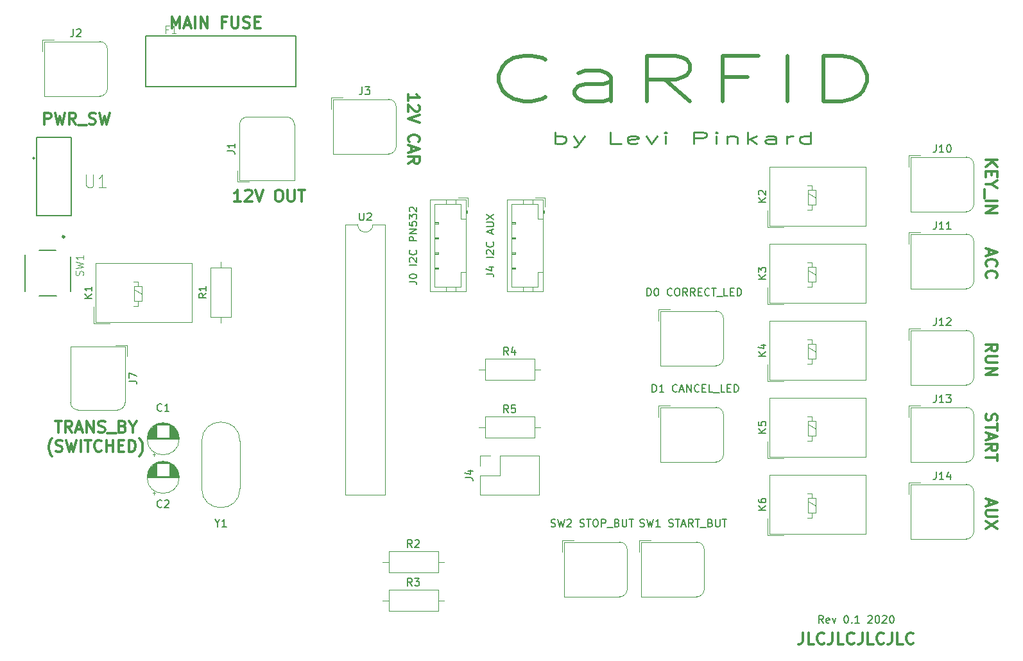
<source format=gbr>
%TF.GenerationSoftware,KiCad,Pcbnew,(5.99.0-7843-ge1f76ea2ab)*%
%TF.CreationDate,2021-01-07T03:20:18-05:00*%
%TF.ProjectId,CaRFID,43615246-4944-42e6-9b69-6361645f7063,rev?*%
%TF.SameCoordinates,Original*%
%TF.FileFunction,Legend,Top*%
%TF.FilePolarity,Positive*%
%FSLAX46Y46*%
G04 Gerber Fmt 4.6, Leading zero omitted, Abs format (unit mm)*
G04 Created by KiCad (PCBNEW (5.99.0-7843-ge1f76ea2ab)) date 2021-01-07 03:20:18*
%MOMM*%
%LPD*%
G01*
G04 APERTURE LIST*
%ADD10C,0.150000*%
%ADD11C,0.304800*%
%ADD12C,0.250000*%
%ADD13C,0.500000*%
%ADD14C,0.015000*%
%ADD15C,0.120000*%
%ADD16C,0.152400*%
%ADD17C,0.200000*%
%ADD18C,0.127000*%
%ADD19C,0.300000*%
G04 APERTURE END LIST*
D10*
X101935595Y-81732380D02*
X101935595Y-80732380D01*
X102173690Y-80732380D01*
X102316547Y-80780000D01*
X102411785Y-80875238D01*
X102459404Y-80970476D01*
X102507023Y-81160952D01*
X102507023Y-81303809D01*
X102459404Y-81494285D01*
X102411785Y-81589523D01*
X102316547Y-81684761D01*
X102173690Y-81732380D01*
X101935595Y-81732380D01*
X103126071Y-80732380D02*
X103221309Y-80732380D01*
X103316547Y-80780000D01*
X103364166Y-80827619D01*
X103411785Y-80922857D01*
X103459404Y-81113333D01*
X103459404Y-81351428D01*
X103411785Y-81541904D01*
X103364166Y-81637142D01*
X103316547Y-81684761D01*
X103221309Y-81732380D01*
X103126071Y-81732380D01*
X103030833Y-81684761D01*
X102983214Y-81637142D01*
X102935595Y-81541904D01*
X102887976Y-81351428D01*
X102887976Y-81113333D01*
X102935595Y-80922857D01*
X102983214Y-80827619D01*
X103030833Y-80780000D01*
X103126071Y-80732380D01*
X105221309Y-81637142D02*
X105173690Y-81684761D01*
X105030833Y-81732380D01*
X104935595Y-81732380D01*
X104792738Y-81684761D01*
X104697500Y-81589523D01*
X104649880Y-81494285D01*
X104602261Y-81303809D01*
X104602261Y-81160952D01*
X104649880Y-80970476D01*
X104697500Y-80875238D01*
X104792738Y-80780000D01*
X104935595Y-80732380D01*
X105030833Y-80732380D01*
X105173690Y-80780000D01*
X105221309Y-80827619D01*
X105840357Y-80732380D02*
X106030833Y-80732380D01*
X106126071Y-80780000D01*
X106221309Y-80875238D01*
X106268928Y-81065714D01*
X106268928Y-81399047D01*
X106221309Y-81589523D01*
X106126071Y-81684761D01*
X106030833Y-81732380D01*
X105840357Y-81732380D01*
X105745119Y-81684761D01*
X105649880Y-81589523D01*
X105602261Y-81399047D01*
X105602261Y-81065714D01*
X105649880Y-80875238D01*
X105745119Y-80780000D01*
X105840357Y-80732380D01*
X107268928Y-81732380D02*
X106935595Y-81256190D01*
X106697500Y-81732380D02*
X106697500Y-80732380D01*
X107078452Y-80732380D01*
X107173690Y-80780000D01*
X107221309Y-80827619D01*
X107268928Y-80922857D01*
X107268928Y-81065714D01*
X107221309Y-81160952D01*
X107173690Y-81208571D01*
X107078452Y-81256190D01*
X106697500Y-81256190D01*
X108268928Y-81732380D02*
X107935595Y-81256190D01*
X107697500Y-81732380D02*
X107697500Y-80732380D01*
X108078452Y-80732380D01*
X108173690Y-80780000D01*
X108221309Y-80827619D01*
X108268928Y-80922857D01*
X108268928Y-81065714D01*
X108221309Y-81160952D01*
X108173690Y-81208571D01*
X108078452Y-81256190D01*
X107697500Y-81256190D01*
X108697500Y-81208571D02*
X109030833Y-81208571D01*
X109173690Y-81732380D02*
X108697500Y-81732380D01*
X108697500Y-80732380D01*
X109173690Y-80732380D01*
X110173690Y-81637142D02*
X110126071Y-81684761D01*
X109983214Y-81732380D01*
X109887976Y-81732380D01*
X109745119Y-81684761D01*
X109649880Y-81589523D01*
X109602261Y-81494285D01*
X109554642Y-81303809D01*
X109554642Y-81160952D01*
X109602261Y-80970476D01*
X109649880Y-80875238D01*
X109745119Y-80780000D01*
X109887976Y-80732380D01*
X109983214Y-80732380D01*
X110126071Y-80780000D01*
X110173690Y-80827619D01*
X110459404Y-80732380D02*
X111030833Y-80732380D01*
X110745119Y-81732380D02*
X110745119Y-80732380D01*
X111126071Y-81827619D02*
X111887976Y-81827619D01*
X112602261Y-81732380D02*
X112126071Y-81732380D01*
X112126071Y-80732380D01*
X112935595Y-81208571D02*
X113268928Y-81208571D01*
X113411785Y-81732380D02*
X112935595Y-81732380D01*
X112935595Y-80732380D01*
X113411785Y-80732380D01*
X113840357Y-81732380D02*
X113840357Y-80732380D01*
X114078452Y-80732380D01*
X114221309Y-80780000D01*
X114316547Y-80875238D01*
X114364166Y-80970476D01*
X114411785Y-81160952D01*
X114411785Y-81303809D01*
X114364166Y-81494285D01*
X114316547Y-81589523D01*
X114221309Y-81684761D01*
X114078452Y-81732380D01*
X113840357Y-81732380D01*
D11*
X147066000Y-75583142D02*
X147066000Y-76308857D01*
X146630571Y-75438000D02*
X148154571Y-75946000D01*
X146630571Y-76454000D01*
X146775714Y-77832857D02*
X146703142Y-77760285D01*
X146630571Y-77542571D01*
X146630571Y-77397428D01*
X146703142Y-77179714D01*
X146848285Y-77034571D01*
X146993428Y-76962000D01*
X147283714Y-76889428D01*
X147501428Y-76889428D01*
X147791714Y-76962000D01*
X147936857Y-77034571D01*
X148082000Y-77179714D01*
X148154571Y-77397428D01*
X148154571Y-77542571D01*
X148082000Y-77760285D01*
X148009428Y-77832857D01*
X146775714Y-79356857D02*
X146703142Y-79284285D01*
X146630571Y-79066571D01*
X146630571Y-78921428D01*
X146703142Y-78703714D01*
X146848285Y-78558571D01*
X146993428Y-78486000D01*
X147283714Y-78413428D01*
X147501428Y-78413428D01*
X147791714Y-78486000D01*
X147936857Y-78558571D01*
X148082000Y-78703714D01*
X148154571Y-78921428D01*
X148154571Y-79066571D01*
X148082000Y-79284285D01*
X148009428Y-79356857D01*
D10*
X80732380Y-78858095D02*
X81446666Y-78858095D01*
X81589523Y-78905714D01*
X81684761Y-79000952D01*
X81732380Y-79143809D01*
X81732380Y-79239047D01*
X81065714Y-77953333D02*
X81732380Y-77953333D01*
X80684761Y-78191428D02*
X81399047Y-78429523D01*
X81399047Y-77810476D01*
X81732380Y-76667619D02*
X80732380Y-76667619D01*
X80827619Y-76239047D02*
X80780000Y-76191428D01*
X80732380Y-76096190D01*
X80732380Y-75858095D01*
X80780000Y-75762857D01*
X80827619Y-75715238D01*
X80922857Y-75667619D01*
X81018095Y-75667619D01*
X81160952Y-75715238D01*
X81732380Y-76286666D01*
X81732380Y-75667619D01*
X81637142Y-74667619D02*
X81684761Y-74715238D01*
X81732380Y-74858095D01*
X81732380Y-74953333D01*
X81684761Y-75096190D01*
X81589523Y-75191428D01*
X81494285Y-75239047D01*
X81303809Y-75286666D01*
X81160952Y-75286666D01*
X80970476Y-75239047D01*
X80875238Y-75191428D01*
X80780000Y-75096190D01*
X80732380Y-74953333D01*
X80732380Y-74858095D01*
X80780000Y-74715238D01*
X80827619Y-74667619D01*
X81446666Y-73524761D02*
X81446666Y-73048571D01*
X81732380Y-73620000D02*
X80732380Y-73286666D01*
X81732380Y-72953333D01*
X80732380Y-72620000D02*
X81541904Y-72620000D01*
X81637142Y-72572380D01*
X81684761Y-72524761D01*
X81732380Y-72429523D01*
X81732380Y-72239047D01*
X81684761Y-72143809D01*
X81637142Y-72096190D01*
X81541904Y-72048571D01*
X80732380Y-72048571D01*
X80732380Y-71667619D02*
X81732380Y-71000952D01*
X80732380Y-71000952D02*
X81732380Y-71667619D01*
D11*
X39315571Y-46409428D02*
X39315571Y-44885428D01*
X39823571Y-45974000D01*
X40331571Y-44885428D01*
X40331571Y-46409428D01*
X40984714Y-45974000D02*
X41710428Y-45974000D01*
X40839571Y-46409428D02*
X41347571Y-44885428D01*
X41855571Y-46409428D01*
X42363571Y-46409428D02*
X42363571Y-44885428D01*
X43089285Y-46409428D02*
X43089285Y-44885428D01*
X43960142Y-46409428D01*
X43960142Y-44885428D01*
X46355000Y-45611142D02*
X45847000Y-45611142D01*
X45847000Y-46409428D02*
X45847000Y-44885428D01*
X46572714Y-44885428D01*
X47153285Y-44885428D02*
X47153285Y-46119142D01*
X47225857Y-46264285D01*
X47298428Y-46336857D01*
X47443571Y-46409428D01*
X47733857Y-46409428D01*
X47879000Y-46336857D01*
X47951571Y-46264285D01*
X48024142Y-46119142D01*
X48024142Y-44885428D01*
X48677285Y-46336857D02*
X48895000Y-46409428D01*
X49257857Y-46409428D01*
X49403000Y-46336857D01*
X49475571Y-46264285D01*
X49548142Y-46119142D01*
X49548142Y-45974000D01*
X49475571Y-45828857D01*
X49403000Y-45756285D01*
X49257857Y-45683714D01*
X48967571Y-45611142D01*
X48822428Y-45538571D01*
X48749857Y-45466000D01*
X48677285Y-45320857D01*
X48677285Y-45175714D01*
X48749857Y-45030571D01*
X48822428Y-44958000D01*
X48967571Y-44885428D01*
X49330428Y-44885428D01*
X49548142Y-44958000D01*
X50201285Y-45611142D02*
X50709285Y-45611142D01*
X50927000Y-46409428D02*
X50201285Y-46409428D01*
X50201285Y-44885428D01*
X50927000Y-44885428D01*
D10*
X89289047Y-112164761D02*
X89431904Y-112212380D01*
X89670000Y-112212380D01*
X89765238Y-112164761D01*
X89812857Y-112117142D01*
X89860476Y-112021904D01*
X89860476Y-111926666D01*
X89812857Y-111831428D01*
X89765238Y-111783809D01*
X89670000Y-111736190D01*
X89479523Y-111688571D01*
X89384285Y-111640952D01*
X89336666Y-111593333D01*
X89289047Y-111498095D01*
X89289047Y-111402857D01*
X89336666Y-111307619D01*
X89384285Y-111260000D01*
X89479523Y-111212380D01*
X89717619Y-111212380D01*
X89860476Y-111260000D01*
X90193809Y-111212380D02*
X90431904Y-112212380D01*
X90622380Y-111498095D01*
X90812857Y-112212380D01*
X91050952Y-111212380D01*
X91384285Y-111307619D02*
X91431904Y-111260000D01*
X91527142Y-111212380D01*
X91765238Y-111212380D01*
X91860476Y-111260000D01*
X91908095Y-111307619D01*
X91955714Y-111402857D01*
X91955714Y-111498095D01*
X91908095Y-111640952D01*
X91336666Y-112212380D01*
X91955714Y-112212380D01*
X93098571Y-112164761D02*
X93241428Y-112212380D01*
X93479523Y-112212380D01*
X93574761Y-112164761D01*
X93622380Y-112117142D01*
X93670000Y-112021904D01*
X93670000Y-111926666D01*
X93622380Y-111831428D01*
X93574761Y-111783809D01*
X93479523Y-111736190D01*
X93289047Y-111688571D01*
X93193809Y-111640952D01*
X93146190Y-111593333D01*
X93098571Y-111498095D01*
X93098571Y-111402857D01*
X93146190Y-111307619D01*
X93193809Y-111260000D01*
X93289047Y-111212380D01*
X93527142Y-111212380D01*
X93670000Y-111260000D01*
X93955714Y-111212380D02*
X94527142Y-111212380D01*
X94241428Y-112212380D02*
X94241428Y-111212380D01*
X95050952Y-111212380D02*
X95241428Y-111212380D01*
X95336666Y-111260000D01*
X95431904Y-111355238D01*
X95479523Y-111545714D01*
X95479523Y-111879047D01*
X95431904Y-112069523D01*
X95336666Y-112164761D01*
X95241428Y-112212380D01*
X95050952Y-112212380D01*
X94955714Y-112164761D01*
X94860476Y-112069523D01*
X94812857Y-111879047D01*
X94812857Y-111545714D01*
X94860476Y-111355238D01*
X94955714Y-111260000D01*
X95050952Y-111212380D01*
X95908095Y-112212380D02*
X95908095Y-111212380D01*
X96289047Y-111212380D01*
X96384285Y-111260000D01*
X96431904Y-111307619D01*
X96479523Y-111402857D01*
X96479523Y-111545714D01*
X96431904Y-111640952D01*
X96384285Y-111688571D01*
X96289047Y-111736190D01*
X95908095Y-111736190D01*
X96670000Y-112307619D02*
X97431904Y-112307619D01*
X98003333Y-111688571D02*
X98146190Y-111736190D01*
X98193809Y-111783809D01*
X98241428Y-111879047D01*
X98241428Y-112021904D01*
X98193809Y-112117142D01*
X98146190Y-112164761D01*
X98050952Y-112212380D01*
X97670000Y-112212380D01*
X97670000Y-111212380D01*
X98003333Y-111212380D01*
X98098571Y-111260000D01*
X98146190Y-111307619D01*
X98193809Y-111402857D01*
X98193809Y-111498095D01*
X98146190Y-111593333D01*
X98098571Y-111640952D01*
X98003333Y-111688571D01*
X97670000Y-111688571D01*
X98670000Y-111212380D02*
X98670000Y-112021904D01*
X98717619Y-112117142D01*
X98765238Y-112164761D01*
X98860476Y-112212380D01*
X99050952Y-112212380D01*
X99146190Y-112164761D01*
X99193809Y-112117142D01*
X99241428Y-112021904D01*
X99241428Y-111212380D01*
X99574761Y-111212380D02*
X100146190Y-111212380D01*
X99860476Y-112212380D02*
X99860476Y-111212380D01*
D11*
X22460857Y-59109428D02*
X22460857Y-57585428D01*
X23041428Y-57585428D01*
X23186571Y-57658000D01*
X23259142Y-57730571D01*
X23331714Y-57875714D01*
X23331714Y-58093428D01*
X23259142Y-58238571D01*
X23186571Y-58311142D01*
X23041428Y-58383714D01*
X22460857Y-58383714D01*
X23839714Y-57585428D02*
X24202571Y-59109428D01*
X24492857Y-58020857D01*
X24783142Y-59109428D01*
X25146000Y-57585428D01*
X26597428Y-59109428D02*
X26089428Y-58383714D01*
X25726571Y-59109428D02*
X25726571Y-57585428D01*
X26307142Y-57585428D01*
X26452285Y-57658000D01*
X26524857Y-57730571D01*
X26597428Y-57875714D01*
X26597428Y-58093428D01*
X26524857Y-58238571D01*
X26452285Y-58311142D01*
X26307142Y-58383714D01*
X25726571Y-58383714D01*
X26887714Y-59254571D02*
X28048857Y-59254571D01*
X28339142Y-59036857D02*
X28556857Y-59109428D01*
X28919714Y-59109428D01*
X29064857Y-59036857D01*
X29137428Y-58964285D01*
X29210000Y-58819142D01*
X29210000Y-58674000D01*
X29137428Y-58528857D01*
X29064857Y-58456285D01*
X28919714Y-58383714D01*
X28629428Y-58311142D01*
X28484285Y-58238571D01*
X28411714Y-58166000D01*
X28339142Y-58020857D01*
X28339142Y-57875714D01*
X28411714Y-57730571D01*
X28484285Y-57658000D01*
X28629428Y-57585428D01*
X28992285Y-57585428D01*
X29210000Y-57658000D01*
X29718000Y-57585428D02*
X30080857Y-59109428D01*
X30371142Y-58020857D01*
X30661428Y-59109428D01*
X31024285Y-57585428D01*
X48368857Y-69269428D02*
X47498000Y-69269428D01*
X47933428Y-69269428D02*
X47933428Y-67745428D01*
X47788285Y-67963142D01*
X47643142Y-68108285D01*
X47498000Y-68180857D01*
X48949428Y-67890571D02*
X49022000Y-67818000D01*
X49167142Y-67745428D01*
X49530000Y-67745428D01*
X49675142Y-67818000D01*
X49747714Y-67890571D01*
X49820285Y-68035714D01*
X49820285Y-68180857D01*
X49747714Y-68398571D01*
X48876857Y-69269428D01*
X49820285Y-69269428D01*
X50255714Y-67745428D02*
X50763714Y-69269428D01*
X51271714Y-67745428D01*
X53231142Y-67745428D02*
X53521428Y-67745428D01*
X53666571Y-67818000D01*
X53811714Y-67963142D01*
X53884285Y-68253428D01*
X53884285Y-68761428D01*
X53811714Y-69051714D01*
X53666571Y-69196857D01*
X53521428Y-69269428D01*
X53231142Y-69269428D01*
X53086000Y-69196857D01*
X52940857Y-69051714D01*
X52868285Y-68761428D01*
X52868285Y-68253428D01*
X52940857Y-67963142D01*
X53086000Y-67818000D01*
X53231142Y-67745428D01*
X54537428Y-67745428D02*
X54537428Y-68979142D01*
X54610000Y-69124285D01*
X54682571Y-69196857D01*
X54827714Y-69269428D01*
X55118000Y-69269428D01*
X55263142Y-69196857D01*
X55335714Y-69124285D01*
X55408285Y-68979142D01*
X55408285Y-67745428D01*
X55916285Y-67745428D02*
X56787142Y-67745428D01*
X56351714Y-69269428D02*
X56351714Y-67745428D01*
X122500571Y-126165428D02*
X122500571Y-127254000D01*
X122428000Y-127471714D01*
X122282857Y-127616857D01*
X122065142Y-127689428D01*
X121920000Y-127689428D01*
X123952000Y-127689428D02*
X123226285Y-127689428D01*
X123226285Y-126165428D01*
X125330857Y-127544285D02*
X125258285Y-127616857D01*
X125040571Y-127689428D01*
X124895428Y-127689428D01*
X124677714Y-127616857D01*
X124532571Y-127471714D01*
X124460000Y-127326571D01*
X124387428Y-127036285D01*
X124387428Y-126818571D01*
X124460000Y-126528285D01*
X124532571Y-126383142D01*
X124677714Y-126238000D01*
X124895428Y-126165428D01*
X125040571Y-126165428D01*
X125258285Y-126238000D01*
X125330857Y-126310571D01*
X126419428Y-126165428D02*
X126419428Y-127254000D01*
X126346857Y-127471714D01*
X126201714Y-127616857D01*
X125984000Y-127689428D01*
X125838857Y-127689428D01*
X127870857Y-127689428D02*
X127145142Y-127689428D01*
X127145142Y-126165428D01*
X129249714Y-127544285D02*
X129177142Y-127616857D01*
X128959428Y-127689428D01*
X128814285Y-127689428D01*
X128596571Y-127616857D01*
X128451428Y-127471714D01*
X128378857Y-127326571D01*
X128306285Y-127036285D01*
X128306285Y-126818571D01*
X128378857Y-126528285D01*
X128451428Y-126383142D01*
X128596571Y-126238000D01*
X128814285Y-126165428D01*
X128959428Y-126165428D01*
X129177142Y-126238000D01*
X129249714Y-126310571D01*
X130338285Y-126165428D02*
X130338285Y-127254000D01*
X130265714Y-127471714D01*
X130120571Y-127616857D01*
X129902857Y-127689428D01*
X129757714Y-127689428D01*
X131789714Y-127689428D02*
X131064000Y-127689428D01*
X131064000Y-126165428D01*
X133168571Y-127544285D02*
X133096000Y-127616857D01*
X132878285Y-127689428D01*
X132733142Y-127689428D01*
X132515428Y-127616857D01*
X132370285Y-127471714D01*
X132297714Y-127326571D01*
X132225142Y-127036285D01*
X132225142Y-126818571D01*
X132297714Y-126528285D01*
X132370285Y-126383142D01*
X132515428Y-126238000D01*
X132733142Y-126165428D01*
X132878285Y-126165428D01*
X133096000Y-126238000D01*
X133168571Y-126310571D01*
X134257142Y-126165428D02*
X134257142Y-127254000D01*
X134184571Y-127471714D01*
X134039428Y-127616857D01*
X133821714Y-127689428D01*
X133676571Y-127689428D01*
X135708571Y-127689428D02*
X134982857Y-127689428D01*
X134982857Y-126165428D01*
X137087428Y-127544285D02*
X137014857Y-127616857D01*
X136797142Y-127689428D01*
X136652000Y-127689428D01*
X136434285Y-127616857D01*
X136289142Y-127471714D01*
X136216571Y-127326571D01*
X136144000Y-127036285D01*
X136144000Y-126818571D01*
X136216571Y-126528285D01*
X136289142Y-126383142D01*
X136434285Y-126238000D01*
X136652000Y-126165428D01*
X136797142Y-126165428D01*
X137014857Y-126238000D01*
X137087428Y-126310571D01*
X147066000Y-108603142D02*
X147066000Y-109328857D01*
X146630571Y-108458000D02*
X148154571Y-108966000D01*
X146630571Y-109474000D01*
X148154571Y-109982000D02*
X146920857Y-109982000D01*
X146775714Y-110054571D01*
X146703142Y-110127142D01*
X146630571Y-110272285D01*
X146630571Y-110562571D01*
X146703142Y-110707714D01*
X146775714Y-110780285D01*
X146920857Y-110852857D01*
X148154571Y-110852857D01*
X148154571Y-111433428D02*
X146630571Y-112449428D01*
X148154571Y-112449428D02*
X146630571Y-111433428D01*
X70430571Y-55988857D02*
X70430571Y-55118000D01*
X70430571Y-55553428D02*
X71954571Y-55553428D01*
X71736857Y-55408285D01*
X71591714Y-55263142D01*
X71519142Y-55118000D01*
X71809428Y-56569428D02*
X71882000Y-56642000D01*
X71954571Y-56787142D01*
X71954571Y-57150000D01*
X71882000Y-57295142D01*
X71809428Y-57367714D01*
X71664285Y-57440285D01*
X71519142Y-57440285D01*
X71301428Y-57367714D01*
X70430571Y-56496857D01*
X70430571Y-57440285D01*
X71954571Y-57875714D02*
X70430571Y-58383714D01*
X71954571Y-58891714D01*
X70575714Y-61431714D02*
X70503142Y-61359142D01*
X70430571Y-61141428D01*
X70430571Y-60996285D01*
X70503142Y-60778571D01*
X70648285Y-60633428D01*
X70793428Y-60560857D01*
X71083714Y-60488285D01*
X71301428Y-60488285D01*
X71591714Y-60560857D01*
X71736857Y-60633428D01*
X71882000Y-60778571D01*
X71954571Y-60996285D01*
X71954571Y-61141428D01*
X71882000Y-61359142D01*
X71809428Y-61431714D01*
X70866000Y-62012285D02*
X70866000Y-62738000D01*
X70430571Y-61867142D02*
X71954571Y-62375142D01*
X70430571Y-62883142D01*
X70430571Y-64262000D02*
X71156285Y-63754000D01*
X70430571Y-63391142D02*
X71954571Y-63391142D01*
X71954571Y-63971714D01*
X71882000Y-64116857D01*
X71809428Y-64189428D01*
X71664285Y-64262000D01*
X71446571Y-64262000D01*
X71301428Y-64189428D01*
X71228857Y-64116857D01*
X71156285Y-63971714D01*
X71156285Y-63391142D01*
X146630571Y-89045142D02*
X147356285Y-88537142D01*
X146630571Y-88174285D02*
X148154571Y-88174285D01*
X148154571Y-88754857D01*
X148082000Y-88900000D01*
X148009428Y-88972571D01*
X147864285Y-89045142D01*
X147646571Y-89045142D01*
X147501428Y-88972571D01*
X147428857Y-88900000D01*
X147356285Y-88754857D01*
X147356285Y-88174285D01*
X148154571Y-89698285D02*
X146920857Y-89698285D01*
X146775714Y-89770857D01*
X146703142Y-89843428D01*
X146630571Y-89988571D01*
X146630571Y-90278857D01*
X146703142Y-90424000D01*
X146775714Y-90496571D01*
X146920857Y-90569142D01*
X148154571Y-90569142D01*
X146630571Y-91294857D02*
X148154571Y-91294857D01*
X146630571Y-92165714D01*
X148154571Y-92165714D01*
D10*
X70572380Y-79881904D02*
X71286666Y-79881904D01*
X71429523Y-79929523D01*
X71524761Y-80024761D01*
X71572380Y-80167619D01*
X71572380Y-80262857D01*
X70572380Y-79215238D02*
X70572380Y-79120000D01*
X70620000Y-79024761D01*
X70667619Y-78977142D01*
X70762857Y-78929523D01*
X70953333Y-78881904D01*
X71191428Y-78881904D01*
X71381904Y-78929523D01*
X71477142Y-78977142D01*
X71524761Y-79024761D01*
X71572380Y-79120000D01*
X71572380Y-79215238D01*
X71524761Y-79310476D01*
X71477142Y-79358095D01*
X71381904Y-79405714D01*
X71191428Y-79453333D01*
X70953333Y-79453333D01*
X70762857Y-79405714D01*
X70667619Y-79358095D01*
X70620000Y-79310476D01*
X70572380Y-79215238D01*
X71572380Y-77691428D02*
X70572380Y-77691428D01*
X70667619Y-77262857D02*
X70620000Y-77215238D01*
X70572380Y-77120000D01*
X70572380Y-76881904D01*
X70620000Y-76786666D01*
X70667619Y-76739047D01*
X70762857Y-76691428D01*
X70858095Y-76691428D01*
X71000952Y-76739047D01*
X71572380Y-77310476D01*
X71572380Y-76691428D01*
X71477142Y-75691428D02*
X71524761Y-75739047D01*
X71572380Y-75881904D01*
X71572380Y-75977142D01*
X71524761Y-76120000D01*
X71429523Y-76215238D01*
X71334285Y-76262857D01*
X71143809Y-76310476D01*
X71000952Y-76310476D01*
X70810476Y-76262857D01*
X70715238Y-76215238D01*
X70620000Y-76120000D01*
X70572380Y-75977142D01*
X70572380Y-75881904D01*
X70620000Y-75739047D01*
X70667619Y-75691428D01*
X71572380Y-74500952D02*
X70572380Y-74500952D01*
X70572380Y-74120000D01*
X70620000Y-74024761D01*
X70667619Y-73977142D01*
X70762857Y-73929523D01*
X70905714Y-73929523D01*
X71000952Y-73977142D01*
X71048571Y-74024761D01*
X71096190Y-74120000D01*
X71096190Y-74500952D01*
X71572380Y-73500952D02*
X70572380Y-73500952D01*
X71572380Y-72929523D01*
X70572380Y-72929523D01*
X70572380Y-71977142D02*
X70572380Y-72453333D01*
X71048571Y-72500952D01*
X71000952Y-72453333D01*
X70953333Y-72358095D01*
X70953333Y-72120000D01*
X71000952Y-72024761D01*
X71048571Y-71977142D01*
X71143809Y-71929523D01*
X71381904Y-71929523D01*
X71477142Y-71977142D01*
X71524761Y-72024761D01*
X71572380Y-72120000D01*
X71572380Y-72358095D01*
X71524761Y-72453333D01*
X71477142Y-72500952D01*
X70572380Y-71596190D02*
X70572380Y-70977142D01*
X70953333Y-71310476D01*
X70953333Y-71167619D01*
X71000952Y-71072380D01*
X71048571Y-71024761D01*
X71143809Y-70977142D01*
X71381904Y-70977142D01*
X71477142Y-71024761D01*
X71524761Y-71072380D01*
X71572380Y-71167619D01*
X71572380Y-71453333D01*
X71524761Y-71548571D01*
X71477142Y-71596190D01*
X70667619Y-70596190D02*
X70620000Y-70548571D01*
X70572380Y-70453333D01*
X70572380Y-70215238D01*
X70620000Y-70120000D01*
X70667619Y-70072380D01*
X70762857Y-70024761D01*
X70858095Y-70024761D01*
X71000952Y-70072380D01*
X71572380Y-70643809D01*
X71572380Y-70024761D01*
X125182857Y-124912380D02*
X124849523Y-124436190D01*
X124611428Y-124912380D02*
X124611428Y-123912380D01*
X124992380Y-123912380D01*
X125087619Y-123960000D01*
X125135238Y-124007619D01*
X125182857Y-124102857D01*
X125182857Y-124245714D01*
X125135238Y-124340952D01*
X125087619Y-124388571D01*
X124992380Y-124436190D01*
X124611428Y-124436190D01*
X125992380Y-124864761D02*
X125897142Y-124912380D01*
X125706666Y-124912380D01*
X125611428Y-124864761D01*
X125563809Y-124769523D01*
X125563809Y-124388571D01*
X125611428Y-124293333D01*
X125706666Y-124245714D01*
X125897142Y-124245714D01*
X125992380Y-124293333D01*
X126040000Y-124388571D01*
X126040000Y-124483809D01*
X125563809Y-124579047D01*
X126373333Y-124245714D02*
X126611428Y-124912380D01*
X126849523Y-124245714D01*
X128182857Y-123912380D02*
X128278095Y-123912380D01*
X128373333Y-123960000D01*
X128420952Y-124007619D01*
X128468571Y-124102857D01*
X128516190Y-124293333D01*
X128516190Y-124531428D01*
X128468571Y-124721904D01*
X128420952Y-124817142D01*
X128373333Y-124864761D01*
X128278095Y-124912380D01*
X128182857Y-124912380D01*
X128087619Y-124864761D01*
X128040000Y-124817142D01*
X127992380Y-124721904D01*
X127944761Y-124531428D01*
X127944761Y-124293333D01*
X127992380Y-124102857D01*
X128040000Y-124007619D01*
X128087619Y-123960000D01*
X128182857Y-123912380D01*
X128944761Y-124817142D02*
X128992380Y-124864761D01*
X128944761Y-124912380D01*
X128897142Y-124864761D01*
X128944761Y-124817142D01*
X128944761Y-124912380D01*
X129944761Y-124912380D02*
X129373333Y-124912380D01*
X129659047Y-124912380D02*
X129659047Y-123912380D01*
X129563809Y-124055238D01*
X129468571Y-124150476D01*
X129373333Y-124198095D01*
X131087619Y-124007619D02*
X131135238Y-123960000D01*
X131230476Y-123912380D01*
X131468571Y-123912380D01*
X131563809Y-123960000D01*
X131611428Y-124007619D01*
X131659047Y-124102857D01*
X131659047Y-124198095D01*
X131611428Y-124340952D01*
X131040000Y-124912380D01*
X131659047Y-124912380D01*
X132278095Y-123912380D02*
X132373333Y-123912380D01*
X132468571Y-123960000D01*
X132516190Y-124007619D01*
X132563809Y-124102857D01*
X132611428Y-124293333D01*
X132611428Y-124531428D01*
X132563809Y-124721904D01*
X132516190Y-124817142D01*
X132468571Y-124864761D01*
X132373333Y-124912380D01*
X132278095Y-124912380D01*
X132182857Y-124864761D01*
X132135238Y-124817142D01*
X132087619Y-124721904D01*
X132040000Y-124531428D01*
X132040000Y-124293333D01*
X132087619Y-124102857D01*
X132135238Y-124007619D01*
X132182857Y-123960000D01*
X132278095Y-123912380D01*
X132992380Y-124007619D02*
X133040000Y-123960000D01*
X133135238Y-123912380D01*
X133373333Y-123912380D01*
X133468571Y-123960000D01*
X133516190Y-124007619D01*
X133563809Y-124102857D01*
X133563809Y-124198095D01*
X133516190Y-124340952D01*
X132944761Y-124912380D01*
X133563809Y-124912380D01*
X134182857Y-123912380D02*
X134278095Y-123912380D01*
X134373333Y-123960000D01*
X134420952Y-124007619D01*
X134468571Y-124102857D01*
X134516190Y-124293333D01*
X134516190Y-124531428D01*
X134468571Y-124721904D01*
X134420952Y-124817142D01*
X134373333Y-124864761D01*
X134278095Y-124912380D01*
X134182857Y-124912380D01*
X134087619Y-124864761D01*
X134040000Y-124817142D01*
X133992380Y-124721904D01*
X133944761Y-124531428D01*
X133944761Y-124293333D01*
X133992380Y-124102857D01*
X134040000Y-124007619D01*
X134087619Y-123960000D01*
X134182857Y-123912380D01*
D12*
X89822857Y-61638571D02*
X89822857Y-60138571D01*
X89822857Y-60710000D02*
X90108571Y-60638571D01*
X90680000Y-60638571D01*
X90965714Y-60710000D01*
X91108571Y-60781428D01*
X91251428Y-60924285D01*
X91251428Y-61352857D01*
X91108571Y-61495714D01*
X90965714Y-61567142D01*
X90680000Y-61638571D01*
X90108571Y-61638571D01*
X89822857Y-61567142D01*
X92251428Y-60638571D02*
X92965714Y-61638571D01*
X93680000Y-60638571D02*
X92965714Y-61638571D01*
X92680000Y-61995714D01*
X92537142Y-62067142D01*
X92251428Y-62138571D01*
X98537142Y-61638571D02*
X97108571Y-61638571D01*
X97108571Y-60138571D01*
X100680000Y-61567142D02*
X100394285Y-61638571D01*
X99822857Y-61638571D01*
X99537142Y-61567142D01*
X99394285Y-61424285D01*
X99394285Y-60852857D01*
X99537142Y-60710000D01*
X99822857Y-60638571D01*
X100394285Y-60638571D01*
X100680000Y-60710000D01*
X100822857Y-60852857D01*
X100822857Y-60995714D01*
X99394285Y-61138571D01*
X101822857Y-60638571D02*
X102537142Y-61638571D01*
X103251428Y-60638571D01*
X104394285Y-61638571D02*
X104394285Y-60638571D01*
X104394285Y-60138571D02*
X104251428Y-60210000D01*
X104394285Y-60281428D01*
X104537142Y-60210000D01*
X104394285Y-60138571D01*
X104394285Y-60281428D01*
X108108571Y-61638571D02*
X108108571Y-60138571D01*
X109251428Y-60138571D01*
X109537142Y-60210000D01*
X109680000Y-60281428D01*
X109822857Y-60424285D01*
X109822857Y-60638571D01*
X109680000Y-60781428D01*
X109537142Y-60852857D01*
X109251428Y-60924285D01*
X108108571Y-60924285D01*
X111108571Y-61638571D02*
X111108571Y-60638571D01*
X111108571Y-60138571D02*
X110965714Y-60210000D01*
X111108571Y-60281428D01*
X111251428Y-60210000D01*
X111108571Y-60138571D01*
X111108571Y-60281428D01*
X112537142Y-60638571D02*
X112537142Y-61638571D01*
X112537142Y-60781428D02*
X112680000Y-60710000D01*
X112965714Y-60638571D01*
X113394285Y-60638571D01*
X113680000Y-60710000D01*
X113822857Y-60852857D01*
X113822857Y-61638571D01*
X115251428Y-61638571D02*
X115251428Y-60138571D01*
X115537142Y-61067142D02*
X116394285Y-61638571D01*
X116394285Y-60638571D02*
X115251428Y-61210000D01*
X118965714Y-61638571D02*
X118965714Y-60852857D01*
X118822857Y-60710000D01*
X118537142Y-60638571D01*
X117965714Y-60638571D01*
X117680000Y-60710000D01*
X118965714Y-61567142D02*
X118680000Y-61638571D01*
X117965714Y-61638571D01*
X117680000Y-61567142D01*
X117537142Y-61424285D01*
X117537142Y-61281428D01*
X117680000Y-61138571D01*
X117965714Y-61067142D01*
X118680000Y-61067142D01*
X118965714Y-60995714D01*
X120394285Y-61638571D02*
X120394285Y-60638571D01*
X120394285Y-60924285D02*
X120537142Y-60781428D01*
X120680000Y-60710000D01*
X120965714Y-60638571D01*
X121251428Y-60638571D01*
X123537142Y-61638571D02*
X123537142Y-60138571D01*
X123537142Y-61567142D02*
X123251428Y-61638571D01*
X122680000Y-61638571D01*
X122394285Y-61567142D01*
X122251428Y-61495714D01*
X122108571Y-61352857D01*
X122108571Y-60924285D01*
X122251428Y-60781428D01*
X122394285Y-60710000D01*
X122680000Y-60638571D01*
X123251428Y-60638571D01*
X123537142Y-60710000D01*
D10*
X102631071Y-94432380D02*
X102631071Y-93432380D01*
X102869166Y-93432380D01*
X103012023Y-93480000D01*
X103107261Y-93575238D01*
X103154880Y-93670476D01*
X103202500Y-93860952D01*
X103202500Y-94003809D01*
X103154880Y-94194285D01*
X103107261Y-94289523D01*
X103012023Y-94384761D01*
X102869166Y-94432380D01*
X102631071Y-94432380D01*
X104154880Y-94432380D02*
X103583452Y-94432380D01*
X103869166Y-94432380D02*
X103869166Y-93432380D01*
X103773928Y-93575238D01*
X103678690Y-93670476D01*
X103583452Y-93718095D01*
X105916785Y-94337142D02*
X105869166Y-94384761D01*
X105726309Y-94432380D01*
X105631071Y-94432380D01*
X105488214Y-94384761D01*
X105392976Y-94289523D01*
X105345357Y-94194285D01*
X105297738Y-94003809D01*
X105297738Y-93860952D01*
X105345357Y-93670476D01*
X105392976Y-93575238D01*
X105488214Y-93480000D01*
X105631071Y-93432380D01*
X105726309Y-93432380D01*
X105869166Y-93480000D01*
X105916785Y-93527619D01*
X106297738Y-94146666D02*
X106773928Y-94146666D01*
X106202500Y-94432380D02*
X106535833Y-93432380D01*
X106869166Y-94432380D01*
X107202500Y-94432380D02*
X107202500Y-93432380D01*
X107773928Y-94432380D01*
X107773928Y-93432380D01*
X108821547Y-94337142D02*
X108773928Y-94384761D01*
X108631071Y-94432380D01*
X108535833Y-94432380D01*
X108392976Y-94384761D01*
X108297738Y-94289523D01*
X108250119Y-94194285D01*
X108202500Y-94003809D01*
X108202500Y-93860952D01*
X108250119Y-93670476D01*
X108297738Y-93575238D01*
X108392976Y-93480000D01*
X108535833Y-93432380D01*
X108631071Y-93432380D01*
X108773928Y-93480000D01*
X108821547Y-93527619D01*
X109250119Y-93908571D02*
X109583452Y-93908571D01*
X109726309Y-94432380D02*
X109250119Y-94432380D01*
X109250119Y-93432380D01*
X109726309Y-93432380D01*
X110631071Y-94432380D02*
X110154880Y-94432380D01*
X110154880Y-93432380D01*
X110726309Y-94527619D02*
X111488214Y-94527619D01*
X112202500Y-94432380D02*
X111726309Y-94432380D01*
X111726309Y-93432380D01*
X112535833Y-93908571D02*
X112869166Y-93908571D01*
X113012023Y-94432380D02*
X112535833Y-94432380D01*
X112535833Y-93432380D01*
X113012023Y-93432380D01*
X113440595Y-94432380D02*
X113440595Y-93432380D01*
X113678690Y-93432380D01*
X113821547Y-93480000D01*
X113916785Y-93575238D01*
X113964404Y-93670476D01*
X114012023Y-93860952D01*
X114012023Y-94003809D01*
X113964404Y-94194285D01*
X113916785Y-94289523D01*
X113821547Y-94384761D01*
X113678690Y-94432380D01*
X113440595Y-94432380D01*
D11*
X146630571Y-63826571D02*
X148154571Y-63826571D01*
X146630571Y-64697428D02*
X147501428Y-64044285D01*
X148154571Y-64697428D02*
X147283714Y-63826571D01*
X147428857Y-65350571D02*
X147428857Y-65858571D01*
X146630571Y-66076285D02*
X146630571Y-65350571D01*
X148154571Y-65350571D01*
X148154571Y-66076285D01*
X147356285Y-67019714D02*
X146630571Y-67019714D01*
X148154571Y-66511714D02*
X147356285Y-67019714D01*
X148154571Y-67527714D01*
X146485428Y-67672857D02*
X146485428Y-68834000D01*
X146630571Y-69196857D02*
X148154571Y-69196857D01*
X146630571Y-69922571D02*
X148154571Y-69922571D01*
X146630571Y-70793428D01*
X148154571Y-70793428D01*
D13*
X88584761Y-55482857D02*
X88108571Y-55768571D01*
X86680000Y-56054285D01*
X85727619Y-56054285D01*
X84299047Y-55768571D01*
X83346666Y-55197142D01*
X82870476Y-54625714D01*
X82394285Y-53482857D01*
X82394285Y-52625714D01*
X82870476Y-51482857D01*
X83346666Y-50911428D01*
X84299047Y-50340000D01*
X85727619Y-50054285D01*
X86680000Y-50054285D01*
X88108571Y-50340000D01*
X88584761Y-50625714D01*
X97156190Y-56054285D02*
X97156190Y-52911428D01*
X96680000Y-52340000D01*
X95727619Y-52054285D01*
X93822857Y-52054285D01*
X92870476Y-52340000D01*
X97156190Y-55768571D02*
X96203809Y-56054285D01*
X93822857Y-56054285D01*
X92870476Y-55768571D01*
X92394285Y-55197142D01*
X92394285Y-54625714D01*
X92870476Y-54054285D01*
X93822857Y-53768571D01*
X96203809Y-53768571D01*
X97156190Y-53482857D01*
X107632380Y-56054285D02*
X104299047Y-53197142D01*
X101918095Y-56054285D02*
X101918095Y-50054285D01*
X105727619Y-50054285D01*
X106680000Y-50340000D01*
X107156190Y-50625714D01*
X107632380Y-51197142D01*
X107632380Y-52054285D01*
X107156190Y-52625714D01*
X106680000Y-52911428D01*
X105727619Y-53197142D01*
X101918095Y-53197142D01*
X115251428Y-52911428D02*
X111918095Y-52911428D01*
X111918095Y-56054285D02*
X111918095Y-50054285D01*
X116680000Y-50054285D01*
X120489523Y-56054285D02*
X120489523Y-50054285D01*
X125251428Y-56054285D02*
X125251428Y-50054285D01*
X127632380Y-50054285D01*
X129060952Y-50340000D01*
X130013333Y-50911428D01*
X130489523Y-51482857D01*
X130965714Y-52625714D01*
X130965714Y-53482857D01*
X130489523Y-54625714D01*
X130013333Y-55197142D01*
X129060952Y-55768571D01*
X127632380Y-56054285D01*
X125251428Y-56054285D01*
D11*
X23440571Y-102870000D02*
X23368000Y-102797428D01*
X23222857Y-102579714D01*
X23150285Y-102434571D01*
X23077714Y-102216857D01*
X23005142Y-101854000D01*
X23005142Y-101563714D01*
X23077714Y-101200857D01*
X23150285Y-100983142D01*
X23222857Y-100838000D01*
X23368000Y-100620285D01*
X23440571Y-100547714D01*
X23948571Y-102216857D02*
X24166285Y-102289428D01*
X24529142Y-102289428D01*
X24674285Y-102216857D01*
X24746857Y-102144285D01*
X24819428Y-101999142D01*
X24819428Y-101854000D01*
X24746857Y-101708857D01*
X24674285Y-101636285D01*
X24529142Y-101563714D01*
X24238857Y-101491142D01*
X24093714Y-101418571D01*
X24021142Y-101346000D01*
X23948571Y-101200857D01*
X23948571Y-101055714D01*
X24021142Y-100910571D01*
X24093714Y-100838000D01*
X24238857Y-100765428D01*
X24601714Y-100765428D01*
X24819428Y-100838000D01*
X25327428Y-100765428D02*
X25690285Y-102289428D01*
X25980571Y-101200857D01*
X26270857Y-102289428D01*
X26633714Y-100765428D01*
X27214285Y-102289428D02*
X27214285Y-100765428D01*
X27722285Y-100765428D02*
X28593142Y-100765428D01*
X28157714Y-102289428D02*
X28157714Y-100765428D01*
X29972000Y-102144285D02*
X29899428Y-102216857D01*
X29681714Y-102289428D01*
X29536571Y-102289428D01*
X29318857Y-102216857D01*
X29173714Y-102071714D01*
X29101142Y-101926571D01*
X29028571Y-101636285D01*
X29028571Y-101418571D01*
X29101142Y-101128285D01*
X29173714Y-100983142D01*
X29318857Y-100838000D01*
X29536571Y-100765428D01*
X29681714Y-100765428D01*
X29899428Y-100838000D01*
X29972000Y-100910571D01*
X30625142Y-102289428D02*
X30625142Y-100765428D01*
X30625142Y-101491142D02*
X31496000Y-101491142D01*
X31496000Y-102289428D02*
X31496000Y-100765428D01*
X32221714Y-101491142D02*
X32729714Y-101491142D01*
X32947428Y-102289428D02*
X32221714Y-102289428D01*
X32221714Y-100765428D01*
X32947428Y-100765428D01*
X33600571Y-102289428D02*
X33600571Y-100765428D01*
X33963428Y-100765428D01*
X34181142Y-100838000D01*
X34326285Y-100983142D01*
X34398857Y-101128285D01*
X34471428Y-101418571D01*
X34471428Y-101636285D01*
X34398857Y-101926571D01*
X34326285Y-102071714D01*
X34181142Y-102216857D01*
X33963428Y-102289428D01*
X33600571Y-102289428D01*
X34979428Y-102870000D02*
X35052000Y-102797428D01*
X35197142Y-102579714D01*
X35269714Y-102434571D01*
X35342285Y-102216857D01*
X35414857Y-101854000D01*
X35414857Y-101563714D01*
X35342285Y-101200857D01*
X35269714Y-100983142D01*
X35197142Y-100838000D01*
X35052000Y-100620285D01*
X34979428Y-100547714D01*
X23839714Y-98225428D02*
X24710571Y-98225428D01*
X24275142Y-99749428D02*
X24275142Y-98225428D01*
X26089428Y-99749428D02*
X25581428Y-99023714D01*
X25218571Y-99749428D02*
X25218571Y-98225428D01*
X25799142Y-98225428D01*
X25944285Y-98298000D01*
X26016857Y-98370571D01*
X26089428Y-98515714D01*
X26089428Y-98733428D01*
X26016857Y-98878571D01*
X25944285Y-98951142D01*
X25799142Y-99023714D01*
X25218571Y-99023714D01*
X26670000Y-99314000D02*
X27395714Y-99314000D01*
X26524857Y-99749428D02*
X27032857Y-98225428D01*
X27540857Y-99749428D01*
X28048857Y-99749428D02*
X28048857Y-98225428D01*
X28919714Y-99749428D01*
X28919714Y-98225428D01*
X29572857Y-99676857D02*
X29790571Y-99749428D01*
X30153428Y-99749428D01*
X30298571Y-99676857D01*
X30371142Y-99604285D01*
X30443714Y-99459142D01*
X30443714Y-99314000D01*
X30371142Y-99168857D01*
X30298571Y-99096285D01*
X30153428Y-99023714D01*
X29863142Y-98951142D01*
X29718000Y-98878571D01*
X29645428Y-98806000D01*
X29572857Y-98660857D01*
X29572857Y-98515714D01*
X29645428Y-98370571D01*
X29718000Y-98298000D01*
X29863142Y-98225428D01*
X30226000Y-98225428D01*
X30443714Y-98298000D01*
X30734000Y-99894571D02*
X31895142Y-99894571D01*
X32766000Y-98951142D02*
X32983714Y-99023714D01*
X33056285Y-99096285D01*
X33128857Y-99241428D01*
X33128857Y-99459142D01*
X33056285Y-99604285D01*
X32983714Y-99676857D01*
X32838571Y-99749428D01*
X32258000Y-99749428D01*
X32258000Y-98225428D01*
X32766000Y-98225428D01*
X32911142Y-98298000D01*
X32983714Y-98370571D01*
X33056285Y-98515714D01*
X33056285Y-98660857D01*
X32983714Y-98806000D01*
X32911142Y-98878571D01*
X32766000Y-98951142D01*
X32258000Y-98951142D01*
X34072285Y-99023714D02*
X34072285Y-99749428D01*
X33564285Y-98225428D02*
X34072285Y-99023714D01*
X34580285Y-98225428D01*
D10*
X101013333Y-112164761D02*
X101156190Y-112212380D01*
X101394285Y-112212380D01*
X101489523Y-112164761D01*
X101537142Y-112117142D01*
X101584761Y-112021904D01*
X101584761Y-111926666D01*
X101537142Y-111831428D01*
X101489523Y-111783809D01*
X101394285Y-111736190D01*
X101203809Y-111688571D01*
X101108571Y-111640952D01*
X101060952Y-111593333D01*
X101013333Y-111498095D01*
X101013333Y-111402857D01*
X101060952Y-111307619D01*
X101108571Y-111260000D01*
X101203809Y-111212380D01*
X101441904Y-111212380D01*
X101584761Y-111260000D01*
X101918095Y-111212380D02*
X102156190Y-112212380D01*
X102346666Y-111498095D01*
X102537142Y-112212380D01*
X102775238Y-111212380D01*
X103680000Y-112212380D02*
X103108571Y-112212380D01*
X103394285Y-112212380D02*
X103394285Y-111212380D01*
X103299047Y-111355238D01*
X103203809Y-111450476D01*
X103108571Y-111498095D01*
X104822857Y-112164761D02*
X104965714Y-112212380D01*
X105203809Y-112212380D01*
X105299047Y-112164761D01*
X105346666Y-112117142D01*
X105394285Y-112021904D01*
X105394285Y-111926666D01*
X105346666Y-111831428D01*
X105299047Y-111783809D01*
X105203809Y-111736190D01*
X105013333Y-111688571D01*
X104918095Y-111640952D01*
X104870476Y-111593333D01*
X104822857Y-111498095D01*
X104822857Y-111402857D01*
X104870476Y-111307619D01*
X104918095Y-111260000D01*
X105013333Y-111212380D01*
X105251428Y-111212380D01*
X105394285Y-111260000D01*
X105680000Y-111212380D02*
X106251428Y-111212380D01*
X105965714Y-112212380D02*
X105965714Y-111212380D01*
X106537142Y-111926666D02*
X107013333Y-111926666D01*
X106441904Y-112212380D02*
X106775238Y-111212380D01*
X107108571Y-112212380D01*
X108013333Y-112212380D02*
X107680000Y-111736190D01*
X107441904Y-112212380D02*
X107441904Y-111212380D01*
X107822857Y-111212380D01*
X107918095Y-111260000D01*
X107965714Y-111307619D01*
X108013333Y-111402857D01*
X108013333Y-111545714D01*
X107965714Y-111640952D01*
X107918095Y-111688571D01*
X107822857Y-111736190D01*
X107441904Y-111736190D01*
X108299047Y-111212380D02*
X108870476Y-111212380D01*
X108584761Y-112212380D02*
X108584761Y-111212380D01*
X108965714Y-112307619D02*
X109727619Y-112307619D01*
X110299047Y-111688571D02*
X110441904Y-111736190D01*
X110489523Y-111783809D01*
X110537142Y-111879047D01*
X110537142Y-112021904D01*
X110489523Y-112117142D01*
X110441904Y-112164761D01*
X110346666Y-112212380D01*
X109965714Y-112212380D01*
X109965714Y-111212380D01*
X110299047Y-111212380D01*
X110394285Y-111260000D01*
X110441904Y-111307619D01*
X110489523Y-111402857D01*
X110489523Y-111498095D01*
X110441904Y-111593333D01*
X110394285Y-111640952D01*
X110299047Y-111688571D01*
X109965714Y-111688571D01*
X110965714Y-111212380D02*
X110965714Y-112021904D01*
X111013333Y-112117142D01*
X111060952Y-112164761D01*
X111156190Y-112212380D01*
X111346666Y-112212380D01*
X111441904Y-112164761D01*
X111489523Y-112117142D01*
X111537142Y-112021904D01*
X111537142Y-111212380D01*
X111870476Y-111212380D02*
X112441904Y-111212380D01*
X112156190Y-112212380D02*
X112156190Y-111212380D01*
D11*
X146703142Y-97318285D02*
X146630571Y-97536000D01*
X146630571Y-97898857D01*
X146703142Y-98044000D01*
X146775714Y-98116571D01*
X146920857Y-98189142D01*
X147066000Y-98189142D01*
X147211142Y-98116571D01*
X147283714Y-98044000D01*
X147356285Y-97898857D01*
X147428857Y-97608571D01*
X147501428Y-97463428D01*
X147574000Y-97390857D01*
X147719142Y-97318285D01*
X147864285Y-97318285D01*
X148009428Y-97390857D01*
X148082000Y-97463428D01*
X148154571Y-97608571D01*
X148154571Y-97971428D01*
X148082000Y-98189142D01*
X148154571Y-98624571D02*
X148154571Y-99495428D01*
X146630571Y-99060000D02*
X148154571Y-99060000D01*
X147066000Y-99930857D02*
X147066000Y-100656571D01*
X146630571Y-99785714D02*
X148154571Y-100293714D01*
X146630571Y-100801714D01*
X146630571Y-102180571D02*
X147356285Y-101672571D01*
X146630571Y-101309714D02*
X148154571Y-101309714D01*
X148154571Y-101890285D01*
X148082000Y-102035428D01*
X148009428Y-102108000D01*
X147864285Y-102180571D01*
X147646571Y-102180571D01*
X147501428Y-102108000D01*
X147428857Y-102035428D01*
X147356285Y-101890285D01*
X147356285Y-101309714D01*
X148154571Y-102616000D02*
X148154571Y-103486857D01*
X146630571Y-103051428D02*
X148154571Y-103051428D01*
D10*
%TO.C,C1*%
X37933333Y-96877142D02*
X37885714Y-96924761D01*
X37742857Y-96972380D01*
X37647619Y-96972380D01*
X37504761Y-96924761D01*
X37409523Y-96829523D01*
X37361904Y-96734285D01*
X37314285Y-96543809D01*
X37314285Y-96400952D01*
X37361904Y-96210476D01*
X37409523Y-96115238D01*
X37504761Y-96020000D01*
X37647619Y-95972380D01*
X37742857Y-95972380D01*
X37885714Y-96020000D01*
X37933333Y-96067619D01*
X38885714Y-96972380D02*
X38314285Y-96972380D01*
X38600000Y-96972380D02*
X38600000Y-95972380D01*
X38504761Y-96115238D01*
X38409523Y-96210476D01*
X38314285Y-96258095D01*
%TO.C,K4*%
X117632380Y-89678095D02*
X116632380Y-89678095D01*
X117632380Y-89106666D02*
X117060952Y-89535238D01*
X116632380Y-89106666D02*
X117203809Y-89678095D01*
X116965714Y-88249523D02*
X117632380Y-88249523D01*
X116584761Y-88487619D02*
X117299047Y-88725714D01*
X117299047Y-88106666D01*
%TO.C,K2*%
X117632380Y-69358095D02*
X116632380Y-69358095D01*
X117632380Y-68786666D02*
X117060952Y-69215238D01*
X116632380Y-68786666D02*
X117203809Y-69358095D01*
X116727619Y-68405714D02*
X116680000Y-68358095D01*
X116632380Y-68262857D01*
X116632380Y-68024761D01*
X116680000Y-67929523D01*
X116727619Y-67881904D01*
X116822857Y-67834285D01*
X116918095Y-67834285D01*
X117060952Y-67881904D01*
X117632380Y-68453333D01*
X117632380Y-67834285D01*
%TO.C,J4*%
X77962380Y-105743333D02*
X78676666Y-105743333D01*
X78819523Y-105790952D01*
X78914761Y-105886190D01*
X78962380Y-106029047D01*
X78962380Y-106124285D01*
X78295714Y-104838571D02*
X78962380Y-104838571D01*
X77914761Y-105076666D02*
X78629047Y-105314761D01*
X78629047Y-104695714D01*
%TO.C,J13*%
X140080476Y-94812380D02*
X140080476Y-95526666D01*
X140032857Y-95669523D01*
X139937619Y-95764761D01*
X139794761Y-95812380D01*
X139699523Y-95812380D01*
X141080476Y-95812380D02*
X140509047Y-95812380D01*
X140794761Y-95812380D02*
X140794761Y-94812380D01*
X140699523Y-94955238D01*
X140604285Y-95050476D01*
X140509047Y-95098095D01*
X141413809Y-94812380D02*
X142032857Y-94812380D01*
X141699523Y-95193333D01*
X141842380Y-95193333D01*
X141937619Y-95240952D01*
X141985238Y-95288571D01*
X142032857Y-95383809D01*
X142032857Y-95621904D01*
X141985238Y-95717142D01*
X141937619Y-95764761D01*
X141842380Y-95812380D01*
X141556666Y-95812380D01*
X141461428Y-95764761D01*
X141413809Y-95717142D01*
%TO.C,K6*%
X117632380Y-109998095D02*
X116632380Y-109998095D01*
X117632380Y-109426666D02*
X117060952Y-109855238D01*
X116632380Y-109426666D02*
X117203809Y-109998095D01*
X116632380Y-108569523D02*
X116632380Y-108760000D01*
X116680000Y-108855238D01*
X116727619Y-108902857D01*
X116870476Y-108998095D01*
X117060952Y-109045714D01*
X117441904Y-109045714D01*
X117537142Y-108998095D01*
X117584761Y-108950476D01*
X117632380Y-108855238D01*
X117632380Y-108664761D01*
X117584761Y-108569523D01*
X117537142Y-108521904D01*
X117441904Y-108474285D01*
X117203809Y-108474285D01*
X117108571Y-108521904D01*
X117060952Y-108569523D01*
X117013333Y-108664761D01*
X117013333Y-108855238D01*
X117060952Y-108950476D01*
X117108571Y-108998095D01*
X117203809Y-109045714D01*
%TO.C,U2*%
X64008095Y-70782380D02*
X64008095Y-71591904D01*
X64055714Y-71687142D01*
X64103333Y-71734761D01*
X64198571Y-71782380D01*
X64389047Y-71782380D01*
X64484285Y-71734761D01*
X64531904Y-71687142D01*
X64579523Y-71591904D01*
X64579523Y-70782380D01*
X65008095Y-70877619D02*
X65055714Y-70830000D01*
X65150952Y-70782380D01*
X65389047Y-70782380D01*
X65484285Y-70830000D01*
X65531904Y-70877619D01*
X65579523Y-70972857D01*
X65579523Y-71068095D01*
X65531904Y-71210952D01*
X64960476Y-71782380D01*
X65579523Y-71782380D01*
%TO.C,J1*%
X46552380Y-62643333D02*
X47266666Y-62643333D01*
X47409523Y-62690952D01*
X47504761Y-62786190D01*
X47552380Y-62929047D01*
X47552380Y-63024285D01*
X47552380Y-61643333D02*
X47552380Y-62214761D01*
X47552380Y-61929047D02*
X46552380Y-61929047D01*
X46695238Y-62024285D01*
X46790476Y-62119523D01*
X46838095Y-62214761D01*
%TO.C,R2*%
X70953333Y-114922380D02*
X70620000Y-114446190D01*
X70381904Y-114922380D02*
X70381904Y-113922380D01*
X70762857Y-113922380D01*
X70858095Y-113970000D01*
X70905714Y-114017619D01*
X70953333Y-114112857D01*
X70953333Y-114255714D01*
X70905714Y-114350952D01*
X70858095Y-114398571D01*
X70762857Y-114446190D01*
X70381904Y-114446190D01*
X71334285Y-114017619D02*
X71381904Y-113970000D01*
X71477142Y-113922380D01*
X71715238Y-113922380D01*
X71810476Y-113970000D01*
X71858095Y-114017619D01*
X71905714Y-114112857D01*
X71905714Y-114208095D01*
X71858095Y-114350952D01*
X71286666Y-114922380D01*
X71905714Y-114922380D01*
%TO.C,R1*%
X43802380Y-81446666D02*
X43326190Y-81780000D01*
X43802380Y-82018095D02*
X42802380Y-82018095D01*
X42802380Y-81637142D01*
X42850000Y-81541904D01*
X42897619Y-81494285D01*
X42992857Y-81446666D01*
X43135714Y-81446666D01*
X43230952Y-81494285D01*
X43278571Y-81541904D01*
X43326190Y-81637142D01*
X43326190Y-82018095D01*
X43802380Y-80494285D02*
X43802380Y-81065714D01*
X43802380Y-80780000D02*
X42802380Y-80780000D01*
X42945238Y-80875238D01*
X43040476Y-80970476D01*
X43088095Y-81065714D01*
%TO.C,K3*%
X117632380Y-79518095D02*
X116632380Y-79518095D01*
X117632380Y-78946666D02*
X117060952Y-79375238D01*
X116632380Y-78946666D02*
X117203809Y-79518095D01*
X116632380Y-78613333D02*
X116632380Y-77994285D01*
X117013333Y-78327619D01*
X117013333Y-78184761D01*
X117060952Y-78089523D01*
X117108571Y-78041904D01*
X117203809Y-77994285D01*
X117441904Y-77994285D01*
X117537142Y-78041904D01*
X117584761Y-78089523D01*
X117632380Y-78184761D01*
X117632380Y-78470476D01*
X117584761Y-78565714D01*
X117537142Y-78613333D01*
D14*
%TO.C,U1*%
X27959384Y-65776120D02*
X27959384Y-67104899D01*
X28037547Y-67261226D01*
X28115711Y-67339389D01*
X28272038Y-67417553D01*
X28584692Y-67417553D01*
X28741019Y-67339389D01*
X28819182Y-67261226D01*
X28897346Y-67104899D01*
X28897346Y-65776120D01*
X30538779Y-67417553D02*
X29600817Y-67417553D01*
X30069798Y-67417553D02*
X30069798Y-65776120D01*
X29913471Y-66010610D01*
X29757144Y-66166937D01*
X29600817Y-66245100D01*
D10*
%TO.C,R4*%
X83653333Y-89522380D02*
X83320000Y-89046190D01*
X83081904Y-89522380D02*
X83081904Y-88522380D01*
X83462857Y-88522380D01*
X83558095Y-88570000D01*
X83605714Y-88617619D01*
X83653333Y-88712857D01*
X83653333Y-88855714D01*
X83605714Y-88950952D01*
X83558095Y-88998571D01*
X83462857Y-89046190D01*
X83081904Y-89046190D01*
X84510476Y-88855714D02*
X84510476Y-89522380D01*
X84272380Y-88474761D02*
X84034285Y-89189047D01*
X84653333Y-89189047D01*
%TO.C,J7*%
X33632380Y-92963333D02*
X34346666Y-92963333D01*
X34489523Y-93010952D01*
X34584761Y-93106190D01*
X34632380Y-93249047D01*
X34632380Y-93344285D01*
X33632380Y-92582380D02*
X33632380Y-91915714D01*
X34632380Y-92344285D01*
D14*
%TO.C,F1*%
X38772410Y-46587955D02*
X38438630Y-46587955D01*
X38438630Y-47112466D02*
X38438630Y-46111127D01*
X38915458Y-46111127D01*
X39821432Y-47112466D02*
X39249238Y-47112466D01*
X39535335Y-47112466D02*
X39535335Y-46111127D01*
X39439969Y-46254176D01*
X39344604Y-46349541D01*
X39249238Y-46397224D01*
D10*
%TO.C,R3*%
X70953333Y-120002380D02*
X70620000Y-119526190D01*
X70381904Y-120002380D02*
X70381904Y-119002380D01*
X70762857Y-119002380D01*
X70858095Y-119050000D01*
X70905714Y-119097619D01*
X70953333Y-119192857D01*
X70953333Y-119335714D01*
X70905714Y-119430952D01*
X70858095Y-119478571D01*
X70762857Y-119526190D01*
X70381904Y-119526190D01*
X71286666Y-119002380D02*
X71905714Y-119002380D01*
X71572380Y-119383333D01*
X71715238Y-119383333D01*
X71810476Y-119430952D01*
X71858095Y-119478571D01*
X71905714Y-119573809D01*
X71905714Y-119811904D01*
X71858095Y-119907142D01*
X71810476Y-119954761D01*
X71715238Y-120002380D01*
X71429523Y-120002380D01*
X71334285Y-119954761D01*
X71286666Y-119907142D01*
%TO.C,J14*%
X140080476Y-104972380D02*
X140080476Y-105686666D01*
X140032857Y-105829523D01*
X139937619Y-105924761D01*
X139794761Y-105972380D01*
X139699523Y-105972380D01*
X141080476Y-105972380D02*
X140509047Y-105972380D01*
X140794761Y-105972380D02*
X140794761Y-104972380D01*
X140699523Y-105115238D01*
X140604285Y-105210476D01*
X140509047Y-105258095D01*
X141937619Y-105305714D02*
X141937619Y-105972380D01*
X141699523Y-104924761D02*
X141461428Y-105639047D01*
X142080476Y-105639047D01*
%TO.C,J11*%
X140080476Y-71952380D02*
X140080476Y-72666666D01*
X140032857Y-72809523D01*
X139937619Y-72904761D01*
X139794761Y-72952380D01*
X139699523Y-72952380D01*
X141080476Y-72952380D02*
X140509047Y-72952380D01*
X140794761Y-72952380D02*
X140794761Y-71952380D01*
X140699523Y-72095238D01*
X140604285Y-72190476D01*
X140509047Y-72238095D01*
X142032857Y-72952380D02*
X141461428Y-72952380D01*
X141747142Y-72952380D02*
X141747142Y-71952380D01*
X141651904Y-72095238D01*
X141556666Y-72190476D01*
X141461428Y-72238095D01*
%TO.C,J2*%
X26256666Y-46552380D02*
X26256666Y-47266666D01*
X26209047Y-47409523D01*
X26113809Y-47504761D01*
X25970952Y-47552380D01*
X25875714Y-47552380D01*
X26685238Y-46647619D02*
X26732857Y-46600000D01*
X26828095Y-46552380D01*
X27066190Y-46552380D01*
X27161428Y-46600000D01*
X27209047Y-46647619D01*
X27256666Y-46742857D01*
X27256666Y-46838095D01*
X27209047Y-46980952D01*
X26637619Y-47552380D01*
X27256666Y-47552380D01*
%TO.C,J10*%
X140080476Y-61792380D02*
X140080476Y-62506666D01*
X140032857Y-62649523D01*
X139937619Y-62744761D01*
X139794761Y-62792380D01*
X139699523Y-62792380D01*
X141080476Y-62792380D02*
X140509047Y-62792380D01*
X140794761Y-62792380D02*
X140794761Y-61792380D01*
X140699523Y-61935238D01*
X140604285Y-62030476D01*
X140509047Y-62078095D01*
X141699523Y-61792380D02*
X141794761Y-61792380D01*
X141890000Y-61840000D01*
X141937619Y-61887619D01*
X141985238Y-61982857D01*
X142032857Y-62173333D01*
X142032857Y-62411428D01*
X141985238Y-62601904D01*
X141937619Y-62697142D01*
X141890000Y-62744761D01*
X141794761Y-62792380D01*
X141699523Y-62792380D01*
X141604285Y-62744761D01*
X141556666Y-62697142D01*
X141509047Y-62601904D01*
X141461428Y-62411428D01*
X141461428Y-62173333D01*
X141509047Y-61982857D01*
X141556666Y-61887619D01*
X141604285Y-61840000D01*
X141699523Y-61792380D01*
D14*
%TO.C,SW1*%
X27502281Y-79045393D02*
X27549900Y-78902536D01*
X27549900Y-78664440D01*
X27502281Y-78569202D01*
X27454662Y-78521583D01*
X27359424Y-78473964D01*
X27264186Y-78473964D01*
X27168948Y-78521583D01*
X27121329Y-78569202D01*
X27073710Y-78664440D01*
X27026091Y-78854917D01*
X26978472Y-78950155D01*
X26930853Y-78997774D01*
X26835615Y-79045393D01*
X26740377Y-79045393D01*
X26645139Y-78997774D01*
X26597520Y-78950155D01*
X26549900Y-78854917D01*
X26549900Y-78616821D01*
X26597520Y-78473964D01*
X26549900Y-78140631D02*
X27549900Y-77902536D01*
X26835615Y-77712060D01*
X27549900Y-77521583D01*
X26549900Y-77283488D01*
X27549900Y-76378726D02*
X27549900Y-76950155D01*
X27549900Y-76664440D02*
X26549900Y-76664440D01*
X26692758Y-76759679D01*
X26787996Y-76854917D01*
X26835615Y-76950155D01*
D10*
%TO.C,R5*%
X83653333Y-97142380D02*
X83320000Y-96666190D01*
X83081904Y-97142380D02*
X83081904Y-96142380D01*
X83462857Y-96142380D01*
X83558095Y-96190000D01*
X83605714Y-96237619D01*
X83653333Y-96332857D01*
X83653333Y-96475714D01*
X83605714Y-96570952D01*
X83558095Y-96618571D01*
X83462857Y-96666190D01*
X83081904Y-96666190D01*
X84558095Y-96142380D02*
X84081904Y-96142380D01*
X84034285Y-96618571D01*
X84081904Y-96570952D01*
X84177142Y-96523333D01*
X84415238Y-96523333D01*
X84510476Y-96570952D01*
X84558095Y-96618571D01*
X84605714Y-96713809D01*
X84605714Y-96951904D01*
X84558095Y-97047142D01*
X84510476Y-97094761D01*
X84415238Y-97142380D01*
X84177142Y-97142380D01*
X84081904Y-97094761D01*
X84034285Y-97047142D01*
%TO.C,J3*%
X64356666Y-54172380D02*
X64356666Y-54886666D01*
X64309047Y-55029523D01*
X64213809Y-55124761D01*
X64070952Y-55172380D01*
X63975714Y-55172380D01*
X64737619Y-54172380D02*
X65356666Y-54172380D01*
X65023333Y-54553333D01*
X65166190Y-54553333D01*
X65261428Y-54600952D01*
X65309047Y-54648571D01*
X65356666Y-54743809D01*
X65356666Y-54981904D01*
X65309047Y-55077142D01*
X65261428Y-55124761D01*
X65166190Y-55172380D01*
X64880476Y-55172380D01*
X64785238Y-55124761D01*
X64737619Y-55077142D01*
%TO.C,K5*%
X117632380Y-99838095D02*
X116632380Y-99838095D01*
X117632380Y-99266666D02*
X117060952Y-99695238D01*
X116632380Y-99266666D02*
X117203809Y-99838095D01*
X116632380Y-98361904D02*
X116632380Y-98838095D01*
X117108571Y-98885714D01*
X117060952Y-98838095D01*
X117013333Y-98742857D01*
X117013333Y-98504761D01*
X117060952Y-98409523D01*
X117108571Y-98361904D01*
X117203809Y-98314285D01*
X117441904Y-98314285D01*
X117537142Y-98361904D01*
X117584761Y-98409523D01*
X117632380Y-98504761D01*
X117632380Y-98742857D01*
X117584761Y-98838095D01*
X117537142Y-98885714D01*
%TO.C,K1*%
X28732380Y-82058095D02*
X27732380Y-82058095D01*
X28732380Y-81486666D02*
X28160952Y-81915238D01*
X27732380Y-81486666D02*
X28303809Y-82058095D01*
X28732380Y-80534285D02*
X28732380Y-81105714D01*
X28732380Y-80820000D02*
X27732380Y-80820000D01*
X27875238Y-80915238D01*
X27970476Y-81010476D01*
X28018095Y-81105714D01*
%TO.C,Y1*%
X45243809Y-111736190D02*
X45243809Y-112212380D01*
X44910476Y-111212380D02*
X45243809Y-111736190D01*
X45577142Y-111212380D01*
X46434285Y-112212380D02*
X45862857Y-112212380D01*
X46148571Y-112212380D02*
X46148571Y-111212380D01*
X46053333Y-111355238D01*
X45958095Y-111450476D01*
X45862857Y-111498095D01*
%TO.C,J12*%
X140080476Y-84652380D02*
X140080476Y-85366666D01*
X140032857Y-85509523D01*
X139937619Y-85604761D01*
X139794761Y-85652380D01*
X139699523Y-85652380D01*
X141080476Y-85652380D02*
X140509047Y-85652380D01*
X140794761Y-85652380D02*
X140794761Y-84652380D01*
X140699523Y-84795238D01*
X140604285Y-84890476D01*
X140509047Y-84938095D01*
X141461428Y-84747619D02*
X141509047Y-84700000D01*
X141604285Y-84652380D01*
X141842380Y-84652380D01*
X141937619Y-84700000D01*
X141985238Y-84747619D01*
X142032857Y-84842857D01*
X142032857Y-84938095D01*
X141985238Y-85080952D01*
X141413809Y-85652380D01*
X142032857Y-85652380D01*
%TO.C,C2*%
X37933333Y-109577142D02*
X37885714Y-109624761D01*
X37742857Y-109672380D01*
X37647619Y-109672380D01*
X37504761Y-109624761D01*
X37409523Y-109529523D01*
X37361904Y-109434285D01*
X37314285Y-109243809D01*
X37314285Y-109100952D01*
X37361904Y-108910476D01*
X37409523Y-108815238D01*
X37504761Y-108720000D01*
X37647619Y-108672380D01*
X37742857Y-108672380D01*
X37885714Y-108720000D01*
X37933333Y-108767619D01*
X38314285Y-108767619D02*
X38361904Y-108720000D01*
X38457142Y-108672380D01*
X38695238Y-108672380D01*
X38790476Y-108720000D01*
X38838095Y-108767619D01*
X38885714Y-108862857D01*
X38885714Y-108958095D01*
X38838095Y-109100952D01*
X38266666Y-109672380D01*
X38885714Y-109672380D01*
D15*
%TO.C,C1*%
X38940000Y-99879000D02*
X40054000Y-99879000D01*
X36481000Y-99279000D02*
X37260000Y-99279000D01*
X36292000Y-99559000D02*
X37260000Y-99559000D01*
X38940000Y-99399000D02*
X39808000Y-99399000D01*
X36038000Y-100320000D02*
X37260000Y-100320000D01*
X38940000Y-100120000D02*
X40125000Y-100120000D01*
X38940000Y-99439000D02*
X39835000Y-99439000D01*
X37020000Y-98799000D02*
X37260000Y-98799000D01*
X36705000Y-102669801D02*
X37105000Y-102669801D01*
X38940000Y-99039000D02*
X39496000Y-99039000D01*
X37563000Y-98559000D02*
X38637000Y-98559000D01*
X36023000Y-100480000D02*
X40177000Y-100480000D01*
X36044000Y-100280000D02*
X37260000Y-100280000D01*
X38940000Y-99759000D02*
X40007000Y-99759000D01*
X36905000Y-102869801D02*
X36905000Y-102469801D01*
X36020000Y-100560000D02*
X40180000Y-100560000D01*
X36106000Y-100000000D02*
X37260000Y-100000000D01*
X36249000Y-99639000D02*
X37260000Y-99639000D01*
X38940000Y-98919000D02*
X39354000Y-98919000D01*
X38940000Y-99960000D02*
X40082000Y-99960000D01*
X37160000Y-98719000D02*
X39040000Y-98719000D01*
X37087000Y-98759000D02*
X39113000Y-98759000D01*
X36365000Y-99439000D02*
X37260000Y-99439000D01*
X37730000Y-98519000D02*
X38470000Y-98519000D01*
X36420000Y-99359000D02*
X37260000Y-99359000D01*
X36704000Y-99039000D02*
X37260000Y-99039000D01*
X36270000Y-99599000D02*
X37260000Y-99599000D01*
X38940000Y-99359000D02*
X39780000Y-99359000D01*
X36095000Y-100040000D02*
X37260000Y-100040000D01*
X38940000Y-100320000D02*
X40162000Y-100320000D01*
X38940000Y-99159000D02*
X39616000Y-99159000D01*
X38940000Y-99119000D02*
X39578000Y-99119000D01*
X38940000Y-100000000D02*
X40094000Y-100000000D01*
X36021000Y-100520000D02*
X40179000Y-100520000D01*
X36548000Y-99199000D02*
X37260000Y-99199000D01*
X38940000Y-98879000D02*
X39300000Y-98879000D01*
X36058000Y-100200000D02*
X37260000Y-100200000D01*
X38940000Y-100400000D02*
X40171000Y-100400000D01*
X38940000Y-99199000D02*
X39652000Y-99199000D01*
X36622000Y-99119000D02*
X37260000Y-99119000D01*
X36900000Y-98879000D02*
X37260000Y-98879000D01*
X37241000Y-98679000D02*
X38959000Y-98679000D01*
X38940000Y-99319000D02*
X39750000Y-99319000D01*
X38940000Y-100280000D02*
X40156000Y-100280000D01*
X37332000Y-98639000D02*
X38868000Y-98639000D01*
X38940000Y-98959000D02*
X39404000Y-98959000D01*
X38940000Y-99239000D02*
X39687000Y-99239000D01*
X36392000Y-99399000D02*
X37260000Y-99399000D01*
X38940000Y-100160000D02*
X40134000Y-100160000D01*
X36584000Y-99159000D02*
X37260000Y-99159000D01*
X36066000Y-100160000D02*
X37260000Y-100160000D01*
X38940000Y-99799000D02*
X40024000Y-99799000D01*
X36146000Y-99879000D02*
X37260000Y-99879000D01*
X38940000Y-99279000D02*
X39719000Y-99279000D01*
X36193000Y-99759000D02*
X37260000Y-99759000D01*
X36340000Y-99479000D02*
X37260000Y-99479000D01*
X38940000Y-100200000D02*
X40142000Y-100200000D01*
X36033000Y-100360000D02*
X37260000Y-100360000D01*
X36315000Y-99519000D02*
X37260000Y-99519000D01*
X38940000Y-100360000D02*
X40167000Y-100360000D01*
X36026000Y-100440000D02*
X40174000Y-100440000D01*
X36176000Y-99799000D02*
X37260000Y-99799000D01*
X38940000Y-99679000D02*
X39970000Y-99679000D01*
X38940000Y-99920000D02*
X40068000Y-99920000D01*
X36958000Y-98839000D02*
X37260000Y-98839000D01*
X36160000Y-99839000D02*
X37260000Y-99839000D01*
X36796000Y-98959000D02*
X37260000Y-98959000D01*
X38940000Y-99079000D02*
X39538000Y-99079000D01*
X36132000Y-99920000D02*
X37260000Y-99920000D01*
X38940000Y-98799000D02*
X39180000Y-98799000D01*
X36050000Y-100240000D02*
X37260000Y-100240000D01*
X38940000Y-100040000D02*
X40105000Y-100040000D01*
X36450000Y-99319000D02*
X37260000Y-99319000D01*
X38940000Y-99599000D02*
X39930000Y-99599000D01*
X36513000Y-99239000D02*
X37260000Y-99239000D01*
X38940000Y-100080000D02*
X40116000Y-100080000D01*
X38940000Y-99519000D02*
X39885000Y-99519000D01*
X36662000Y-99079000D02*
X37260000Y-99079000D01*
X38940000Y-98999000D02*
X39451000Y-98999000D01*
X38940000Y-100240000D02*
X40150000Y-100240000D01*
X36749000Y-98999000D02*
X37260000Y-98999000D01*
X38940000Y-98839000D02*
X39242000Y-98839000D01*
X38940000Y-99559000D02*
X39908000Y-99559000D01*
X36084000Y-100080000D02*
X37260000Y-100080000D01*
X36211000Y-99719000D02*
X37260000Y-99719000D01*
X38940000Y-99719000D02*
X39989000Y-99719000D01*
X36230000Y-99679000D02*
X37260000Y-99679000D01*
X36020000Y-100600000D02*
X40180000Y-100600000D01*
X38940000Y-99839000D02*
X40040000Y-99839000D01*
X38940000Y-99639000D02*
X39951000Y-99639000D01*
X37436000Y-98599000D02*
X38764000Y-98599000D01*
X36029000Y-100400000D02*
X37260000Y-100400000D01*
X36075000Y-100120000D02*
X37260000Y-100120000D01*
X36118000Y-99960000D02*
X37260000Y-99960000D01*
X38940000Y-99479000D02*
X39860000Y-99479000D01*
X36846000Y-98919000D02*
X37260000Y-98919000D01*
X40220000Y-100600000D02*
G75*
G03*
X40220000Y-100600000I-2120000J0D01*
G01*
%TO.C,K4*%
X130780000Y-85040000D02*
X130780000Y-92840000D01*
X118080000Y-85040000D02*
X130780000Y-85040000D01*
X117880000Y-93040000D02*
X117880000Y-90840000D01*
X123190000Y-90018000D02*
X124206000Y-90018000D01*
X123063000Y-87478000D02*
X123698000Y-87478000D01*
X118080000Y-92840000D02*
X118080000Y-85040000D01*
X130780000Y-92840000D02*
X118080000Y-92840000D01*
X123190000Y-88113000D02*
X123190000Y-90018000D01*
X123698000Y-87478000D02*
X123698000Y-88113000D01*
X119980000Y-93040000D02*
X117880000Y-93040000D01*
X123190000Y-88113000D02*
X124206000Y-88113000D01*
X123063000Y-90678000D02*
X123698000Y-90678000D01*
X123698000Y-90678000D02*
X123698000Y-90018000D01*
X123190000Y-88494000D02*
X124206000Y-89129000D01*
X124206000Y-90018000D02*
X124206000Y-88113000D01*
%TO.C,K2*%
X123190000Y-67793000D02*
X124206000Y-67793000D01*
X123063000Y-70358000D02*
X123698000Y-70358000D01*
X118080000Y-72520000D02*
X118080000Y-64720000D01*
X117880000Y-72720000D02*
X117880000Y-70520000D01*
X123698000Y-67158000D02*
X123698000Y-67793000D01*
X130780000Y-64720000D02*
X130780000Y-72520000D01*
X123698000Y-70358000D02*
X123698000Y-69698000D01*
X123190000Y-67793000D02*
X123190000Y-69698000D01*
X130780000Y-72520000D02*
X118080000Y-72520000D01*
X123063000Y-67158000D02*
X123698000Y-67158000D01*
X118080000Y-64720000D02*
X130780000Y-64720000D01*
X124206000Y-69698000D02*
X124206000Y-67793000D01*
X119980000Y-72720000D02*
X117880000Y-72720000D01*
X123190000Y-68174000D02*
X124206000Y-68809000D01*
X123190000Y-69698000D02*
X124206000Y-69698000D01*
%TO.C,J4*%
X79950000Y-104140000D02*
X79950000Y-102810000D01*
X79950000Y-105410000D02*
X82550000Y-105410000D01*
X82550000Y-102810000D02*
X87690000Y-102810000D01*
X87690000Y-108010000D02*
X87690000Y-102810000D01*
X79950000Y-102810000D02*
X81280000Y-102810000D01*
X79950000Y-108010000D02*
X87690000Y-108010000D01*
X79950000Y-108010000D02*
X79950000Y-105410000D01*
X82550000Y-105410000D02*
X82550000Y-102810000D01*
%TO.C,J13*%
X145050000Y-97450000D02*
X145050000Y-102670000D01*
X136730000Y-96450000D02*
X136730000Y-103670000D01*
X136490000Y-96210000D02*
X137990000Y-96210000D01*
X144050000Y-96450000D02*
X136730000Y-96450000D01*
X136730000Y-103670000D02*
X144050000Y-103670000D01*
X136490000Y-97710000D02*
X136490000Y-96210000D01*
X145050000Y-97450000D02*
G75*
G03*
X144050000Y-96450000I-1000000J0D01*
G01*
X144050000Y-103670000D02*
G75*
G03*
X145050000Y-102670000I0J1000000D01*
G01*
%TO.C,D1*%
X103470000Y-83510000D02*
X104970000Y-83510000D01*
X112030000Y-84750000D02*
X112030000Y-89970000D01*
X103470000Y-85010000D02*
X103470000Y-83510000D01*
X111030000Y-83750000D02*
X103710000Y-83750000D01*
X103710000Y-90970000D02*
X111030000Y-90970000D01*
X103710000Y-83750000D02*
X103710000Y-90970000D01*
X111030000Y-90970000D02*
G75*
G03*
X112030000Y-89970000I0J1000000D01*
G01*
X112030000Y-84750000D02*
G75*
G03*
X111030000Y-83750000I-1000000J0D01*
G01*
%TO.C,K6*%
X123190000Y-108433000D02*
X123190000Y-110338000D01*
X118080000Y-105360000D02*
X130780000Y-105360000D01*
X130780000Y-105360000D02*
X130780000Y-113160000D01*
X123698000Y-110998000D02*
X123698000Y-110338000D01*
X123190000Y-110338000D02*
X124206000Y-110338000D01*
X123190000Y-108433000D02*
X124206000Y-108433000D01*
X124206000Y-110338000D02*
X124206000Y-108433000D01*
X123190000Y-108814000D02*
X124206000Y-109449000D01*
X130780000Y-113160000D02*
X118080000Y-113160000D01*
X117880000Y-113360000D02*
X117880000Y-111160000D01*
X123063000Y-110998000D02*
X123698000Y-110998000D01*
X119980000Y-113360000D02*
X117880000Y-113360000D01*
X118080000Y-113160000D02*
X118080000Y-105360000D01*
X123698000Y-107798000D02*
X123698000Y-108433000D01*
X123063000Y-107798000D02*
X123698000Y-107798000D01*
%TO.C,U2*%
X62120000Y-72330000D02*
X62120000Y-108010000D01*
X62120000Y-108010000D02*
X67420000Y-108010000D01*
X67420000Y-108010000D02*
X67420000Y-72330000D01*
X67420000Y-72330000D02*
X65770000Y-72330000D01*
X63770000Y-72330000D02*
X62120000Y-72330000D01*
X65770000Y-72330000D02*
G75*
G02*
X63770000Y-72330000I-1000000J0D01*
G01*
%TO.C,J1*%
X55410000Y-66470000D02*
X55410000Y-59150000D01*
X49450000Y-66710000D02*
X47950000Y-66710000D01*
X48190000Y-59150000D02*
X48190000Y-66470000D01*
X47950000Y-66710000D02*
X47950000Y-65210000D01*
X48190000Y-66470000D02*
X55410000Y-66470000D01*
X49190000Y-58150000D02*
X54410000Y-58150000D01*
X55410000Y-59150000D02*
G75*
G03*
X54410000Y-58150000I-1000000J0D01*
G01*
X49190000Y-58150000D02*
G75*
G03*
X48190000Y-59150000I0J-1000000D01*
G01*
%TO.C,R2*%
X67080000Y-116840000D02*
X67850000Y-116840000D01*
X74390000Y-118210000D02*
X74390000Y-115470000D01*
X75160000Y-116840000D02*
X74390000Y-116840000D01*
X67850000Y-115470000D02*
X67850000Y-118210000D01*
X67850000Y-118210000D02*
X74390000Y-118210000D01*
X74390000Y-115470000D02*
X67850000Y-115470000D01*
%TO.C,J9*%
X91010000Y-114230000D02*
X91010000Y-121450000D01*
X90770000Y-115490000D02*
X90770000Y-113990000D01*
X90770000Y-113990000D02*
X92270000Y-113990000D01*
X91010000Y-121450000D02*
X98330000Y-121450000D01*
X99330000Y-115230000D02*
X99330000Y-120450000D01*
X98330000Y-114230000D02*
X91010000Y-114230000D01*
X99330000Y-115230000D02*
G75*
G03*
X98330000Y-114230000I-1000000J0D01*
G01*
X98330000Y-121450000D02*
G75*
G03*
X99330000Y-120450000I0J1000000D01*
G01*
%TO.C,R1*%
X45720000Y-77240000D02*
X45720000Y-78010000D01*
X47090000Y-84550000D02*
X47090000Y-78010000D01*
X44350000Y-78010000D02*
X44350000Y-84550000D01*
X45720000Y-85320000D02*
X45720000Y-84550000D01*
X47090000Y-78010000D02*
X44350000Y-78010000D01*
X44350000Y-84550000D02*
X47090000Y-84550000D01*
%TO.C,K3*%
X118080000Y-74880000D02*
X130780000Y-74880000D01*
X130780000Y-74880000D02*
X130780000Y-82680000D01*
X123698000Y-80518000D02*
X123698000Y-79858000D01*
X123063000Y-80518000D02*
X123698000Y-80518000D01*
X123063000Y-77318000D02*
X123698000Y-77318000D01*
X123190000Y-77953000D02*
X123190000Y-79858000D01*
X123698000Y-77318000D02*
X123698000Y-77953000D01*
X119980000Y-82880000D02*
X117880000Y-82880000D01*
X124206000Y-79858000D02*
X124206000Y-77953000D01*
X123190000Y-77953000D02*
X124206000Y-77953000D01*
X130780000Y-82680000D02*
X118080000Y-82680000D01*
X123190000Y-78334000D02*
X124206000Y-78969000D01*
X118080000Y-82680000D02*
X118080000Y-74880000D01*
X123190000Y-79858000D02*
X124206000Y-79858000D01*
X117880000Y-82880000D02*
X117880000Y-80680000D01*
D16*
%TO.C,U1*%
X26010000Y-71140000D02*
X21410000Y-71140000D01*
X21410000Y-60833000D02*
X26010000Y-60833000D01*
X21410000Y-71140000D02*
X21410000Y-60833000D01*
X26010000Y-60833000D02*
X26010000Y-71140000D01*
D17*
X21121803Y-63590000D02*
G75*
G03*
X21121803Y-63590000I-111803J0D01*
G01*
D15*
%TO.C,R4*%
X80550000Y-90070000D02*
X80550000Y-92810000D01*
X79780000Y-91440000D02*
X80550000Y-91440000D01*
X80550000Y-92810000D02*
X87090000Y-92810000D01*
X87860000Y-91440000D02*
X87090000Y-91440000D01*
X87090000Y-92810000D02*
X87090000Y-90070000D01*
X87090000Y-90070000D02*
X80550000Y-90070000D01*
%TO.C,D2*%
X112030000Y-97450000D02*
X112030000Y-102670000D01*
X103470000Y-97710000D02*
X103470000Y-96210000D01*
X103710000Y-103670000D02*
X111030000Y-103670000D01*
X111030000Y-96450000D02*
X103710000Y-96450000D01*
X103470000Y-96210000D02*
X104970000Y-96210000D01*
X103710000Y-96450000D02*
X103710000Y-103670000D01*
X111030000Y-103670000D02*
G75*
G03*
X112030000Y-102670000I0J1000000D01*
G01*
X112030000Y-97450000D02*
G75*
G03*
X111030000Y-96450000I-1000000J0D01*
G01*
%TO.C,J7*%
X33330000Y-88230000D02*
X33330000Y-89730000D01*
X33090000Y-88470000D02*
X25870000Y-88470000D01*
X31830000Y-88230000D02*
X33330000Y-88230000D01*
X25870000Y-88470000D02*
X25870000Y-95790000D01*
X32090000Y-96790000D02*
X26870000Y-96790000D01*
X33090000Y-95790000D02*
X33090000Y-88470000D01*
X32090000Y-96790000D02*
G75*
G03*
X33090000Y-95790000I0J1000000D01*
G01*
X25870000Y-95790000D02*
G75*
G03*
X26870000Y-96790000I1000000J0D01*
G01*
D18*
%TO.C,F1*%
X35815000Y-54165000D02*
X55625000Y-54165000D01*
X55625000Y-47435000D02*
X35815000Y-47435000D01*
X35815000Y-47435000D02*
X35815000Y-54165000D01*
X55625000Y-54165000D02*
X55625000Y-47435000D01*
D15*
%TO.C,R3*%
X67850000Y-123290000D02*
X74390000Y-123290000D01*
X74390000Y-120550000D02*
X67850000Y-120550000D01*
X75160000Y-121920000D02*
X74390000Y-121920000D01*
X74390000Y-123290000D02*
X74390000Y-120550000D01*
X67850000Y-120550000D02*
X67850000Y-123290000D01*
X67080000Y-121920000D02*
X67850000Y-121920000D01*
%TO.C,J14*%
X144050000Y-106610000D02*
X136730000Y-106610000D01*
X136730000Y-113830000D02*
X144050000Y-113830000D01*
X136730000Y-106610000D02*
X136730000Y-113830000D01*
X136490000Y-107870000D02*
X136490000Y-106370000D01*
X145050000Y-107610000D02*
X145050000Y-112830000D01*
X136490000Y-106370000D02*
X137990000Y-106370000D01*
X144050000Y-113830000D02*
G75*
G03*
X145050000Y-112830000I0J1000000D01*
G01*
X145050000Y-107610000D02*
G75*
G03*
X144050000Y-106610000I-1000000J0D01*
G01*
%TO.C,J8*%
X100930000Y-115490000D02*
X100930000Y-113990000D01*
X109490000Y-115230000D02*
X109490000Y-120450000D01*
X108490000Y-114230000D02*
X101170000Y-114230000D01*
X101170000Y-114230000D02*
X101170000Y-121450000D01*
X101170000Y-121450000D02*
X108490000Y-121450000D01*
X100930000Y-113990000D02*
X102430000Y-113990000D01*
X109490000Y-115230000D02*
G75*
G03*
X108490000Y-114230000I-1000000J0D01*
G01*
X108490000Y-121450000D02*
G75*
G03*
X109490000Y-120450000I0J1000000D01*
G01*
%TO.C,J11*%
X136490000Y-74850000D02*
X136490000Y-73350000D01*
X136730000Y-73590000D02*
X136730000Y-80810000D01*
X145050000Y-74590000D02*
X145050000Y-79810000D01*
X136730000Y-80810000D02*
X144050000Y-80810000D01*
X136490000Y-73350000D02*
X137990000Y-73350000D01*
X144050000Y-73590000D02*
X136730000Y-73590000D01*
X145050000Y-74590000D02*
G75*
G03*
X144050000Y-73590000I-1000000J0D01*
G01*
X144050000Y-80810000D02*
G75*
G03*
X145050000Y-79810000I0J1000000D01*
G01*
%TO.C,J2*%
X22190000Y-49450000D02*
X22190000Y-47950000D01*
X29750000Y-48190000D02*
X22430000Y-48190000D01*
X22190000Y-47950000D02*
X23690000Y-47950000D01*
X30750000Y-49190000D02*
X30750000Y-54410000D01*
X22430000Y-48190000D02*
X22430000Y-55410000D01*
X22430000Y-55410000D02*
X29750000Y-55410000D01*
X30750000Y-49190000D02*
G75*
G03*
X29750000Y-48190000I-1000000J0D01*
G01*
X29750000Y-55410000D02*
G75*
G03*
X30750000Y-54410000I0J1000000D01*
G01*
%TO.C,J10*%
X144050000Y-63430000D02*
X136730000Y-63430000D01*
X136490000Y-64690000D02*
X136490000Y-63190000D01*
X136730000Y-70650000D02*
X144050000Y-70650000D01*
X136490000Y-63190000D02*
X137990000Y-63190000D01*
X136730000Y-63430000D02*
X136730000Y-70650000D01*
X145050000Y-64430000D02*
X145050000Y-69650000D01*
X144050000Y-70650000D02*
G75*
G03*
X145050000Y-69650000I0J1000000D01*
G01*
X145050000Y-64430000D02*
G75*
G03*
X144050000Y-63430000I-1000000J0D01*
G01*
D18*
%TO.C,SW1*%
X19860000Y-76340000D02*
X19860000Y-81140000D01*
X23980000Y-75745000D02*
X21710000Y-75745000D01*
X24010000Y-81735000D02*
X21710000Y-81735000D01*
X25855000Y-76610000D02*
X25855000Y-81110000D01*
D19*
X25060000Y-73921000D02*
G75*
G03*
X25060000Y-73921000I-100000J0D01*
G01*
D15*
%TO.C,R5*%
X79780000Y-99060000D02*
X80550000Y-99060000D01*
X80550000Y-100430000D02*
X87090000Y-100430000D01*
X87860000Y-99060000D02*
X87090000Y-99060000D01*
X87090000Y-100430000D02*
X87090000Y-97690000D01*
X87090000Y-97690000D02*
X80550000Y-97690000D01*
X80550000Y-97690000D02*
X80550000Y-100430000D01*
%TO.C,J3*%
X68850000Y-56810000D02*
X68850000Y-62030000D01*
X60530000Y-55810000D02*
X60530000Y-63030000D01*
X60530000Y-63030000D02*
X67850000Y-63030000D01*
X67850000Y-55810000D02*
X60530000Y-55810000D01*
X60290000Y-57070000D02*
X60290000Y-55570000D01*
X60290000Y-55570000D02*
X61790000Y-55570000D01*
X67850000Y-63030000D02*
G75*
G03*
X68850000Y-62030000I0J1000000D01*
G01*
X68850000Y-56810000D02*
G75*
G03*
X67850000Y-55810000I-1000000J0D01*
G01*
%TO.C,K5*%
X130780000Y-95200000D02*
X130780000Y-103000000D01*
X123698000Y-97638000D02*
X123698000Y-98273000D01*
X123698000Y-100838000D02*
X123698000Y-100178000D01*
X118080000Y-103000000D02*
X118080000Y-95200000D01*
X124206000Y-100178000D02*
X124206000Y-98273000D01*
X118080000Y-95200000D02*
X130780000Y-95200000D01*
X123190000Y-98654000D02*
X124206000Y-99289000D01*
X123190000Y-100178000D02*
X124206000Y-100178000D01*
X123063000Y-97638000D02*
X123698000Y-97638000D01*
X117880000Y-103200000D02*
X117880000Y-101000000D01*
X130780000Y-103000000D02*
X118080000Y-103000000D01*
X123190000Y-98273000D02*
X124206000Y-98273000D01*
X123063000Y-100838000D02*
X123698000Y-100838000D01*
X119980000Y-103200000D02*
X117880000Y-103200000D01*
X123190000Y-98273000D02*
X123190000Y-100178000D01*
%TO.C,K1*%
X34290000Y-80493000D02*
X34290000Y-82398000D01*
X31080000Y-85420000D02*
X28980000Y-85420000D01*
X29180000Y-77420000D02*
X41880000Y-77420000D01*
X35306000Y-82398000D02*
X35306000Y-80493000D01*
X34290000Y-82398000D02*
X35306000Y-82398000D01*
X41880000Y-77420000D02*
X41880000Y-85220000D01*
X41880000Y-85220000D02*
X29180000Y-85220000D01*
X34798000Y-83058000D02*
X34798000Y-82398000D01*
X34290000Y-80874000D02*
X35306000Y-81509000D01*
X34163000Y-83058000D02*
X34798000Y-83058000D01*
X34290000Y-80493000D02*
X35306000Y-80493000D01*
X34798000Y-79858000D02*
X34798000Y-80493000D01*
X28980000Y-85420000D02*
X28980000Y-83220000D01*
X34163000Y-79858000D02*
X34798000Y-79858000D01*
X29180000Y-85220000D02*
X29180000Y-77420000D01*
%TO.C,J5*%
X74400000Y-74020000D02*
X74400000Y-74220000D01*
X73290000Y-81180000D02*
X78010000Y-81180000D01*
X74400000Y-72220000D02*
X73900000Y-72220000D01*
X77400000Y-71620000D02*
X77400000Y-69670000D01*
X73900000Y-80570000D02*
X77400000Y-80570000D01*
X73900000Y-74020000D02*
X74400000Y-74020000D01*
X73900000Y-74120000D02*
X74400000Y-74120000D01*
X76700000Y-81180000D02*
X76700000Y-80570000D01*
X78010000Y-81180000D02*
X78010000Y-69060000D01*
X73900000Y-76120000D02*
X74400000Y-76120000D01*
X74400000Y-72020000D02*
X74400000Y-72220000D01*
X75400000Y-81180000D02*
X75400000Y-80570000D01*
X73900000Y-78120000D02*
X74400000Y-78120000D01*
X73900000Y-69670000D02*
X73900000Y-80570000D01*
X73900000Y-78020000D02*
X74400000Y-78020000D01*
X76700000Y-69060000D02*
X76700000Y-69670000D01*
X73900000Y-72120000D02*
X74400000Y-72120000D01*
X77400000Y-80570000D02*
X77400000Y-78620000D01*
X74400000Y-76220000D02*
X73900000Y-76220000D01*
X73290000Y-69060000D02*
X73290000Y-81180000D01*
X74400000Y-78220000D02*
X73900000Y-78220000D01*
X78310000Y-70010000D02*
X78310000Y-68760000D01*
X78010000Y-71620000D02*
X77400000Y-71620000D01*
X78210000Y-70520000D02*
X78010000Y-70520000D01*
X78010000Y-69060000D02*
X73290000Y-69060000D01*
X78010000Y-70820000D02*
X78210000Y-70820000D01*
X78310000Y-68760000D02*
X77060000Y-68760000D01*
X75400000Y-69060000D02*
X75400000Y-69670000D01*
X78210000Y-70820000D02*
X78210000Y-70520000D01*
X73900000Y-72020000D02*
X74400000Y-72020000D01*
X74400000Y-76020000D02*
X74400000Y-76220000D01*
X73900000Y-76020000D02*
X74400000Y-76020000D01*
X77400000Y-69670000D02*
X73900000Y-69670000D01*
X74400000Y-78020000D02*
X74400000Y-78220000D01*
X74400000Y-74220000D02*
X73900000Y-74220000D01*
X77400000Y-78620000D02*
X78010000Y-78620000D01*
X78110000Y-70820000D02*
X78110000Y-70520000D01*
%TO.C,J6*%
X88170000Y-71620000D02*
X87560000Y-71620000D01*
X84560000Y-72020000D02*
X84560000Y-72220000D01*
X84060000Y-78020000D02*
X84560000Y-78020000D01*
X87560000Y-78620000D02*
X88170000Y-78620000D01*
X84060000Y-72020000D02*
X84560000Y-72020000D01*
X88170000Y-70820000D02*
X88370000Y-70820000D01*
X85560000Y-69060000D02*
X85560000Y-69670000D01*
X84060000Y-78120000D02*
X84560000Y-78120000D01*
X84060000Y-69670000D02*
X84060000Y-80570000D01*
X88270000Y-70820000D02*
X88270000Y-70520000D01*
X84060000Y-80570000D02*
X87560000Y-80570000D01*
X87560000Y-69670000D02*
X84060000Y-69670000D01*
X84060000Y-74020000D02*
X84560000Y-74020000D01*
X84560000Y-78020000D02*
X84560000Y-78220000D01*
X84560000Y-76220000D02*
X84060000Y-76220000D01*
X84060000Y-72120000D02*
X84560000Y-72120000D01*
X88170000Y-81180000D02*
X88170000Y-69060000D01*
X83450000Y-69060000D02*
X83450000Y-81180000D01*
X84560000Y-78220000D02*
X84060000Y-78220000D01*
X84060000Y-76020000D02*
X84560000Y-76020000D01*
X86860000Y-69060000D02*
X86860000Y-69670000D01*
X83450000Y-81180000D02*
X88170000Y-81180000D01*
X88370000Y-70820000D02*
X88370000Y-70520000D01*
X88470000Y-70010000D02*
X88470000Y-68760000D01*
X88170000Y-69060000D02*
X83450000Y-69060000D01*
X84060000Y-74120000D02*
X84560000Y-74120000D01*
X85560000Y-81180000D02*
X85560000Y-80570000D01*
X88370000Y-70520000D02*
X88170000Y-70520000D01*
X86860000Y-81180000D02*
X86860000Y-80570000D01*
X87560000Y-71620000D02*
X87560000Y-69670000D01*
X84560000Y-74220000D02*
X84060000Y-74220000D01*
X84560000Y-72220000D02*
X84060000Y-72220000D01*
X84560000Y-76020000D02*
X84560000Y-76220000D01*
X84060000Y-76120000D02*
X84560000Y-76120000D01*
X88470000Y-68760000D02*
X87220000Y-68760000D01*
X84560000Y-74020000D02*
X84560000Y-74220000D01*
X87560000Y-80570000D02*
X87560000Y-78620000D01*
%TO.C,Y1*%
X43195000Y-100915000D02*
X43195000Y-107165000D01*
X48245000Y-100915000D02*
X48245000Y-107165000D01*
X43195000Y-100915000D02*
G75*
G02*
X48245000Y-100915000I2525000J0D01*
G01*
X43195000Y-107165000D02*
G75*
G03*
X48245000Y-107165000I2525000J0D01*
G01*
%TO.C,J12*%
X144050000Y-86290000D02*
X136730000Y-86290000D01*
X136730000Y-93510000D02*
X144050000Y-93510000D01*
X145050000Y-87290000D02*
X145050000Y-92510000D01*
X136490000Y-86050000D02*
X137990000Y-86050000D01*
X136490000Y-87550000D02*
X136490000Y-86050000D01*
X136730000Y-86290000D02*
X136730000Y-93510000D01*
X145050000Y-87290000D02*
G75*
G03*
X144050000Y-86290000I-1000000J0D01*
G01*
X144050000Y-93510000D02*
G75*
G03*
X145050000Y-92510000I0J1000000D01*
G01*
%TO.C,C2*%
X38940000Y-105320000D02*
X40150000Y-105320000D01*
X37436000Y-103679000D02*
X38764000Y-103679000D01*
X38940000Y-103999000D02*
X39354000Y-103999000D01*
X36075000Y-105200000D02*
X37260000Y-105200000D01*
X36023000Y-105560000D02*
X40177000Y-105560000D01*
X38940000Y-104559000D02*
X39860000Y-104559000D01*
X36392000Y-104479000D02*
X37260000Y-104479000D01*
X38940000Y-104399000D02*
X39750000Y-104399000D01*
X37241000Y-103759000D02*
X38959000Y-103759000D01*
X38940000Y-104359000D02*
X39719000Y-104359000D01*
X36193000Y-104839000D02*
X37260000Y-104839000D01*
X36292000Y-104639000D02*
X37260000Y-104639000D01*
X38940000Y-105400000D02*
X40162000Y-105400000D01*
X38940000Y-105280000D02*
X40142000Y-105280000D01*
X36584000Y-104239000D02*
X37260000Y-104239000D01*
X38940000Y-105360000D02*
X40156000Y-105360000D01*
X38940000Y-105160000D02*
X40116000Y-105160000D01*
X36249000Y-104719000D02*
X37260000Y-104719000D01*
X36846000Y-103999000D02*
X37260000Y-103999000D01*
X37160000Y-103799000D02*
X39040000Y-103799000D01*
X38940000Y-103879000D02*
X39180000Y-103879000D01*
X38940000Y-105120000D02*
X40105000Y-105120000D01*
X38940000Y-104199000D02*
X39578000Y-104199000D01*
X38940000Y-105240000D02*
X40134000Y-105240000D01*
X36026000Y-105520000D02*
X40174000Y-105520000D01*
X38940000Y-104639000D02*
X39908000Y-104639000D01*
X36230000Y-104759000D02*
X37260000Y-104759000D01*
X38940000Y-104439000D02*
X39780000Y-104439000D01*
X38940000Y-105200000D02*
X40125000Y-105200000D01*
X38940000Y-104479000D02*
X39808000Y-104479000D01*
X36021000Y-105600000D02*
X40179000Y-105600000D01*
X36176000Y-104879000D02*
X37260000Y-104879000D01*
X38940000Y-104519000D02*
X39835000Y-104519000D01*
X36900000Y-103959000D02*
X37260000Y-103959000D01*
X36020000Y-105680000D02*
X40180000Y-105680000D01*
X36905000Y-107949801D02*
X36905000Y-107549801D01*
X38940000Y-104279000D02*
X39652000Y-104279000D01*
X36146000Y-104959000D02*
X37260000Y-104959000D01*
X37563000Y-103639000D02*
X38637000Y-103639000D01*
X36315000Y-104599000D02*
X37260000Y-104599000D01*
X36958000Y-103919000D02*
X37260000Y-103919000D01*
X36662000Y-104159000D02*
X37260000Y-104159000D01*
X36548000Y-104279000D02*
X37260000Y-104279000D01*
X36029000Y-105480000D02*
X37260000Y-105480000D01*
X38940000Y-104039000D02*
X39404000Y-104039000D01*
X36044000Y-105360000D02*
X37260000Y-105360000D01*
X36132000Y-105000000D02*
X37260000Y-105000000D01*
X38940000Y-104879000D02*
X40024000Y-104879000D01*
X38940000Y-104919000D02*
X40040000Y-104919000D01*
X36270000Y-104679000D02*
X37260000Y-104679000D01*
X36749000Y-104079000D02*
X37260000Y-104079000D01*
X36513000Y-104319000D02*
X37260000Y-104319000D01*
X36340000Y-104559000D02*
X37260000Y-104559000D01*
X36622000Y-104199000D02*
X37260000Y-104199000D01*
X36450000Y-104399000D02*
X37260000Y-104399000D01*
X36058000Y-105280000D02*
X37260000Y-105280000D01*
X36038000Y-105400000D02*
X37260000Y-105400000D01*
X36106000Y-105080000D02*
X37260000Y-105080000D01*
X38940000Y-104759000D02*
X39970000Y-104759000D01*
X36365000Y-104519000D02*
X37260000Y-104519000D01*
X38940000Y-104959000D02*
X40054000Y-104959000D01*
X38940000Y-104079000D02*
X39451000Y-104079000D01*
X37020000Y-103879000D02*
X37260000Y-103879000D01*
X38940000Y-104119000D02*
X39496000Y-104119000D01*
X38940000Y-104679000D02*
X39930000Y-104679000D01*
X36796000Y-104039000D02*
X37260000Y-104039000D01*
X38940000Y-104799000D02*
X39989000Y-104799000D01*
X38940000Y-105440000D02*
X40167000Y-105440000D01*
X36705000Y-107749801D02*
X37105000Y-107749801D01*
X37332000Y-103719000D02*
X38868000Y-103719000D01*
X36050000Y-105320000D02*
X37260000Y-105320000D01*
X36066000Y-105240000D02*
X37260000Y-105240000D01*
X38940000Y-104239000D02*
X39616000Y-104239000D01*
X37730000Y-103599000D02*
X38470000Y-103599000D01*
X38940000Y-105480000D02*
X40171000Y-105480000D01*
X38940000Y-103919000D02*
X39242000Y-103919000D01*
X38940000Y-104159000D02*
X39538000Y-104159000D01*
X38940000Y-105080000D02*
X40094000Y-105080000D01*
X38940000Y-105040000D02*
X40082000Y-105040000D01*
X38940000Y-104599000D02*
X39885000Y-104599000D01*
X36033000Y-105440000D02*
X37260000Y-105440000D01*
X38940000Y-103959000D02*
X39300000Y-103959000D01*
X36118000Y-105040000D02*
X37260000Y-105040000D01*
X38940000Y-104319000D02*
X39687000Y-104319000D01*
X36020000Y-105640000D02*
X40180000Y-105640000D01*
X36084000Y-105160000D02*
X37260000Y-105160000D01*
X38940000Y-104839000D02*
X40007000Y-104839000D01*
X38940000Y-104719000D02*
X39951000Y-104719000D01*
X36704000Y-104119000D02*
X37260000Y-104119000D01*
X37087000Y-103839000D02*
X39113000Y-103839000D01*
X36420000Y-104439000D02*
X37260000Y-104439000D01*
X36211000Y-104799000D02*
X37260000Y-104799000D01*
X36481000Y-104359000D02*
X37260000Y-104359000D01*
X38940000Y-105000000D02*
X40068000Y-105000000D01*
X36160000Y-104919000D02*
X37260000Y-104919000D01*
X36095000Y-105120000D02*
X37260000Y-105120000D01*
X40220000Y-105680000D02*
G75*
G03*
X40220000Y-105680000I-2120000J0D01*
G01*
%TD*%
M02*

</source>
